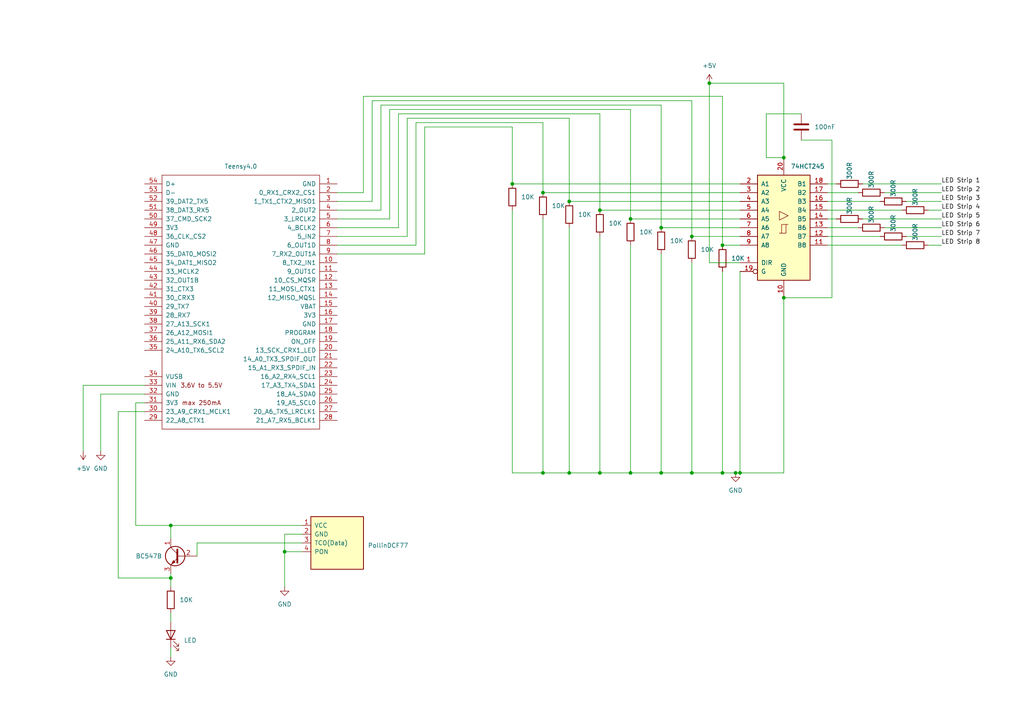
<source format=kicad_sch>
(kicad_sch (version 20211123) (generator eeschema)

  (uuid aa6e93a9-67ef-46ca-b146-b13402e78491)

  (paper "A4")

  (title_block
    (title "LED Matrix DCF77 control")
    (date "2022-11-03")
    (rev "V1.0")
    (company "Armin Rehberger")
  )

  (lib_symbols
    (symbol "74hct541:74HCT245" (pin_names (offset 1.016)) (in_bom yes) (on_board yes)
      (property "Reference" "U?" (id 0) (at 2.0194 20.32 0)
        (effects (font (size 1.27 1.27)) (justify left) hide)
      )
      (property "Value" "74HCT245" (id 1) (at 2.0194 17.78 0)
        (effects (font (size 1.27 1.27)) (justify left))
      )
      (property "Footprint" "" (id 2) (at 0 0 0)
        (effects (font (size 1.27 1.27)) hide)
      )
      (property "Datasheet" "http://www.ti.com/lit/gpn/sn74HCT541" (id 3) (at 0 0 0)
        (effects (font (size 1.27 1.27)) (justify left bottom) hide)
      )
      (property "ki_keywords" "TTL BUFFER 3State BUS" (id 4) (at 0 0 0)
        (effects (font (size 1.27 1.27)) hide)
      )
      (property "ki_description" "8-bit Buffer/Line Driver 3-state outputs" (id 5) (at 0 0 0)
        (effects (font (size 1.27 1.27)) hide)
      )
      (property "ki_fp_filters" "DIP?20*" (id 6) (at 0 0 0)
        (effects (font (size 1.27 1.27)) hide)
      )
      (symbol "74HCT245_1_0"
        (polyline
          (pts
            (xy -0.635 -1.6002)
            (xy -0.635 0.9398)
            (xy 0.635 0.9398)
          )
          (stroke (width 0) (type default) (color 0 0 0 0))
          (fill (type none))
        )
        (polyline
          (pts
            (xy -1.27 -1.6002)
            (xy 0.635 -1.6002)
            (xy 0.635 0.9398)
            (xy 1.27 0.9398)
          )
          (stroke (width 0) (type default) (color 0 0 0 0))
          (fill (type none))
        )
        (polyline
          (pts
            (xy 1.27 3.4798)
            (xy -1.27 4.7498)
            (xy -1.27 2.2098)
            (xy 1.27 3.4798)
          )
          (stroke (width 0.1524) (type default) (color 0 0 0 0))
          (fill (type none))
        )
        (pin input line (at -12.7 -10.16 0) (length 5.08)
          (name "DIR" (effects (font (size 1.27 1.27))))
          (number "1" (effects (font (size 1.27 1.27))))
        )
        (pin power_in line (at 0 -20.32 90) (length 5.08)
          (name "GND" (effects (font (size 1.27 1.27))))
          (number "10" (effects (font (size 1.27 1.27))))
        )
        (pin output line (at 12.7 -5.08 180) (length 5.08)
          (name "B8" (effects (font (size 1.27 1.27))))
          (number "11" (effects (font (size 1.27 1.27))))
        )
        (pin output line (at 12.7 -2.54 180) (length 5.08)
          (name "B7" (effects (font (size 1.27 1.27))))
          (number "12" (effects (font (size 1.27 1.27))))
        )
        (pin output line (at 12.7 0 180) (length 5.08)
          (name "B6" (effects (font (size 1.27 1.27))))
          (number "13" (effects (font (size 1.27 1.27))))
        )
        (pin output line (at 12.7 2.54 180) (length 5.08)
          (name "B5" (effects (font (size 1.27 1.27))))
          (number "14" (effects (font (size 1.27 1.27))))
        )
        (pin output line (at 12.7 5.08 180) (length 5.08)
          (name "B4" (effects (font (size 1.27 1.27))))
          (number "15" (effects (font (size 1.27 1.27))))
        )
        (pin output line (at 12.7 7.62 180) (length 5.08)
          (name "B3" (effects (font (size 1.27 1.27))))
          (number "16" (effects (font (size 1.27 1.27))))
        )
        (pin output line (at 12.7 10.16 180) (length 5.08)
          (name "B2" (effects (font (size 1.27 1.27))))
          (number "17" (effects (font (size 1.27 1.27))))
        )
        (pin output line (at 12.7 12.7 180) (length 5.08)
          (name "B1" (effects (font (size 1.27 1.27))))
          (number "18" (effects (font (size 1.27 1.27))))
        )
        (pin input inverted (at -12.7 -12.7 0) (length 5.08)
          (name "G" (effects (font (size 1.27 1.27))))
          (number "19" (effects (font (size 1.27 1.27))))
        )
        (pin input line (at -12.7 12.7 0) (length 5.08)
          (name "A1" (effects (font (size 1.27 1.27))))
          (number "2" (effects (font (size 1.27 1.27))))
        )
        (pin power_in line (at 0 20.32 270) (length 5.08)
          (name "VCC" (effects (font (size 1.27 1.27))))
          (number "20" (effects (font (size 1.27 1.27))))
        )
        (pin input line (at -12.7 10.16 0) (length 5.08)
          (name "A2" (effects (font (size 1.27 1.27))))
          (number "3" (effects (font (size 1.27 1.27))))
        )
        (pin input line (at -12.7 7.62 0) (length 5.08)
          (name "A3" (effects (font (size 1.27 1.27))))
          (number "4" (effects (font (size 1.27 1.27))))
        )
        (pin input line (at -12.7 5.08 0) (length 5.08)
          (name "A4" (effects (font (size 1.27 1.27))))
          (number "5" (effects (font (size 1.27 1.27))))
        )
        (pin input line (at -12.7 2.54 0) (length 5.08)
          (name "A5" (effects (font (size 1.27 1.27))))
          (number "6" (effects (font (size 1.27 1.27))))
        )
        (pin input line (at -12.7 0 0) (length 5.08)
          (name "A6" (effects (font (size 1.27 1.27))))
          (number "7" (effects (font (size 1.27 1.27))))
        )
        (pin input line (at -12.7 -2.54 0) (length 5.08)
          (name "A7" (effects (font (size 1.27 1.27))))
          (number "8" (effects (font (size 1.27 1.27))))
        )
        (pin input line (at -12.7 -5.08 0) (length 5.08)
          (name "A8" (effects (font (size 1.27 1.27))))
          (number "9" (effects (font (size 1.27 1.27))))
        )
      )
      (symbol "74HCT245_1_1"
        (rectangle (start -7.62 15.24) (end 7.62 -15.24)
          (stroke (width 0.254) (type default) (color 0 0 0 0))
          (fill (type background))
        )
      )
    )
    (symbol "Device:C" (pin_numbers hide) (pin_names (offset 0.254)) (in_bom yes) (on_board yes)
      (property "Reference" "C" (id 0) (at 0.635 2.54 0)
        (effects (font (size 1.27 1.27)) (justify left))
      )
      (property "Value" "C" (id 1) (at 0.635 -2.54 0)
        (effects (font (size 1.27 1.27)) (justify left))
      )
      (property "Footprint" "" (id 2) (at 0.9652 -3.81 0)
        (effects (font (size 1.27 1.27)) hide)
      )
      (property "Datasheet" "~" (id 3) (at 0 0 0)
        (effects (font (size 1.27 1.27)) hide)
      )
      (property "ki_keywords" "cap capacitor" (id 4) (at 0 0 0)
        (effects (font (size 1.27 1.27)) hide)
      )
      (property "ki_description" "Unpolarized capacitor" (id 5) (at 0 0 0)
        (effects (font (size 1.27 1.27)) hide)
      )
      (property "ki_fp_filters" "C_*" (id 6) (at 0 0 0)
        (effects (font (size 1.27 1.27)) hide)
      )
      (symbol "C_0_1"
        (polyline
          (pts
            (xy -2.032 -0.762)
            (xy 2.032 -0.762)
          )
          (stroke (width 0.508) (type default) (color 0 0 0 0))
          (fill (type none))
        )
        (polyline
          (pts
            (xy -2.032 0.762)
            (xy 2.032 0.762)
          )
          (stroke (width 0.508) (type default) (color 0 0 0 0))
          (fill (type none))
        )
      )
      (symbol "C_1_1"
        (pin passive line (at 0 3.81 270) (length 2.794)
          (name "~" (effects (font (size 1.27 1.27))))
          (number "1" (effects (font (size 1.27 1.27))))
        )
        (pin passive line (at 0 -3.81 90) (length 2.794)
          (name "~" (effects (font (size 1.27 1.27))))
          (number "2" (effects (font (size 1.27 1.27))))
        )
      )
    )
    (symbol "Device:LED" (pin_numbers hide) (pin_names (offset 1.016) hide) (in_bom yes) (on_board yes)
      (property "Reference" "D" (id 0) (at 0 2.54 0)
        (effects (font (size 1.27 1.27)))
      )
      (property "Value" "LED" (id 1) (at 0 -2.54 0)
        (effects (font (size 1.27 1.27)))
      )
      (property "Footprint" "" (id 2) (at 0 0 0)
        (effects (font (size 1.27 1.27)) hide)
      )
      (property "Datasheet" "~" (id 3) (at 0 0 0)
        (effects (font (size 1.27 1.27)) hide)
      )
      (property "ki_keywords" "LED diode" (id 4) (at 0 0 0)
        (effects (font (size 1.27 1.27)) hide)
      )
      (property "ki_description" "Light emitting diode" (id 5) (at 0 0 0)
        (effects (font (size 1.27 1.27)) hide)
      )
      (property "ki_fp_filters" "LED* LED_SMD:* LED_THT:*" (id 6) (at 0 0 0)
        (effects (font (size 1.27 1.27)) hide)
      )
      (symbol "LED_0_1"
        (polyline
          (pts
            (xy -1.27 -1.27)
            (xy -1.27 1.27)
          )
          (stroke (width 0.254) (type default) (color 0 0 0 0))
          (fill (type none))
        )
        (polyline
          (pts
            (xy -1.27 0)
            (xy 1.27 0)
          )
          (stroke (width 0) (type default) (color 0 0 0 0))
          (fill (type none))
        )
        (polyline
          (pts
            (xy 1.27 -1.27)
            (xy 1.27 1.27)
            (xy -1.27 0)
            (xy 1.27 -1.27)
          )
          (stroke (width 0.254) (type default) (color 0 0 0 0))
          (fill (type none))
        )
        (polyline
          (pts
            (xy -3.048 -0.762)
            (xy -4.572 -2.286)
            (xy -3.81 -2.286)
            (xy -4.572 -2.286)
            (xy -4.572 -1.524)
          )
          (stroke (width 0) (type default) (color 0 0 0 0))
          (fill (type none))
        )
        (polyline
          (pts
            (xy -1.778 -0.762)
            (xy -3.302 -2.286)
            (xy -2.54 -2.286)
            (xy -3.302 -2.286)
            (xy -3.302 -1.524)
          )
          (stroke (width 0) (type default) (color 0 0 0 0))
          (fill (type none))
        )
      )
      (symbol "LED_1_1"
        (pin passive line (at -3.81 0 0) (length 2.54)
          (name "K" (effects (font (size 1.27 1.27))))
          (number "1" (effects (font (size 1.27 1.27))))
        )
        (pin passive line (at 3.81 0 180) (length 2.54)
          (name "A" (effects (font (size 1.27 1.27))))
          (number "2" (effects (font (size 1.27 1.27))))
        )
      )
    )
    (symbol "Device:R" (pin_numbers hide) (pin_names (offset 0)) (in_bom yes) (on_board yes)
      (property "Reference" "R" (id 0) (at 2.032 0 90)
        (effects (font (size 1.27 1.27)))
      )
      (property "Value" "R" (id 1) (at 0 0 90)
        (effects (font (size 1.27 1.27)))
      )
      (property "Footprint" "" (id 2) (at -1.778 0 90)
        (effects (font (size 1.27 1.27)) hide)
      )
      (property "Datasheet" "~" (id 3) (at 0 0 0)
        (effects (font (size 1.27 1.27)) hide)
      )
      (property "ki_keywords" "R res resistor" (id 4) (at 0 0 0)
        (effects (font (size 1.27 1.27)) hide)
      )
      (property "ki_description" "Resistor" (id 5) (at 0 0 0)
        (effects (font (size 1.27 1.27)) hide)
      )
      (property "ki_fp_filters" "R_*" (id 6) (at 0 0 0)
        (effects (font (size 1.27 1.27)) hide)
      )
      (symbol "R_0_1"
        (rectangle (start -1.016 -2.54) (end 1.016 2.54)
          (stroke (width 0.254) (type default) (color 0 0 0 0))
          (fill (type none))
        )
      )
      (symbol "R_1_1"
        (pin passive line (at 0 3.81 270) (length 1.27)
          (name "~" (effects (font (size 1.27 1.27))))
          (number "1" (effects (font (size 1.27 1.27))))
        )
        (pin passive line (at 0 -3.81 90) (length 1.27)
          (name "~" (effects (font (size 1.27 1.27))))
          (number "2" (effects (font (size 1.27 1.27))))
        )
      )
    )
    (symbol "New_Library:PollinDCF77" (pin_names (offset 1.016)) (in_bom yes) (on_board yes)
      (property "Reference" "U" (id 0) (at -7.62 8.89 0)
        (effects (font (size 1.27 1.27)) (justify left) hide)
      )
      (property "Value" "PollinDCF77" (id 1) (at -3.81 8.89 0)
        (effects (font (size 1.27 1.27)) (justify left))
      )
      (property "Footprint" "Package_SO:SOIC-8-1EP_3.9x4.9mm_P1.27mm_EP2.41x3.3mm" (id 2) (at -1.27 -25.4 0)
        (effects (font (size 1.27 1.27)) hide)
      )
      (property "Datasheet" "http://www.allegromicro.com/~/media/Files/Datasheets/A4950-Datasheet.ashx" (id 3) (at -7.62 24.13 0)
        (effects (font (size 1.27 1.27)) hide)
      )
      (property "ki_keywords" "full-bridge h-bridge" (id 4) (at 0 0 0)
        (effects (font (size 1.27 1.27)) hide)
      )
      (property "ki_description" "Full-Bridge, DMOS PWM, Motor Driver, 40V, 3.5A, -40 to +85C" (id 5) (at 0 0 0)
        (effects (font (size 1.27 1.27)) hide)
      )
      (property "ki_fp_filters" "SOIC-*1EP*" (id 6) (at 0 0 0)
        (effects (font (size 1.27 1.27)) hide)
      )
      (symbol "PollinDCF77_0_1"
        (rectangle (start -7.62 7.62) (end 7.62 -7.62)
          (stroke (width 0.254) (type default) (color 0 0 0 0))
          (fill (type background))
        )
      )
      (symbol "PollinDCF77_1_1"
        (pin input line (at -10.16 5.08 0) (length 2.54)
          (name "VCC" (effects (font (size 1.27 1.27))))
          (number "1" (effects (font (size 1.27 1.27))))
        )
        (pin input line (at -10.16 2.54 0) (length 2.54)
          (name "GND" (effects (font (size 1.27 1.27))))
          (number "2" (effects (font (size 1.27 1.27))))
        )
        (pin output line (at -10.16 0 0) (length 2.54)
          (name "TCO(Data)" (effects (font (size 1.27 1.27))))
          (number "3" (effects (font (size 1.27 1.27))))
        )
        (pin input line (at -10.16 -2.54 0) (length 2.54)
          (name "PON" (effects (font (size 1.27 1.27))))
          (number "4" (effects (font (size 1.27 1.27))))
        )
      )
    )
    (symbol "Transistor_BJT:BC547" (pin_names (offset 0) hide) (in_bom yes) (on_board yes)
      (property "Reference" "Q" (id 0) (at 5.08 1.905 0)
        (effects (font (size 1.27 1.27)) (justify left))
      )
      (property "Value" "BC547" (id 1) (at 5.08 0 0)
        (effects (font (size 1.27 1.27)) (justify left))
      )
      (property "Footprint" "Package_TO_SOT_THT:TO-92_Inline" (id 2) (at 5.08 -1.905 0)
        (effects (font (size 1.27 1.27) italic) (justify left) hide)
      )
      (property "Datasheet" "https://www.onsemi.com/pub/Collateral/BC550-D.pdf" (id 3) (at 0 0 0)
        (effects (font (size 1.27 1.27)) (justify left) hide)
      )
      (property "ki_keywords" "NPN Transistor" (id 4) (at 0 0 0)
        (effects (font (size 1.27 1.27)) hide)
      )
      (property "ki_description" "0.1A Ic, 45V Vce, Small Signal NPN Transistor, TO-92" (id 5) (at 0 0 0)
        (effects (font (size 1.27 1.27)) hide)
      )
      (property "ki_fp_filters" "TO?92*" (id 6) (at 0 0 0)
        (effects (font (size 1.27 1.27)) hide)
      )
      (symbol "BC547_0_1"
        (polyline
          (pts
            (xy 0 0)
            (xy 0.635 0)
          )
          (stroke (width 0) (type default) (color 0 0 0 0))
          (fill (type none))
        )
        (polyline
          (pts
            (xy 0.635 0.635)
            (xy 2.54 2.54)
          )
          (stroke (width 0) (type default) (color 0 0 0 0))
          (fill (type none))
        )
        (polyline
          (pts
            (xy 0.635 -0.635)
            (xy 2.54 -2.54)
            (xy 2.54 -2.54)
          )
          (stroke (width 0) (type default) (color 0 0 0 0))
          (fill (type none))
        )
        (polyline
          (pts
            (xy 0.635 1.905)
            (xy 0.635 -1.905)
            (xy 0.635 -1.905)
          )
          (stroke (width 0.508) (type default) (color 0 0 0 0))
          (fill (type none))
        )
        (polyline
          (pts
            (xy 1.27 -1.778)
            (xy 1.778 -1.27)
            (xy 2.286 -2.286)
            (xy 1.27 -1.778)
            (xy 1.27 -1.778)
          )
          (stroke (width 0) (type default) (color 0 0 0 0))
          (fill (type outline))
        )
        (circle (center 1.27 0) (radius 2.8194)
          (stroke (width 0.254) (type default) (color 0 0 0 0))
          (fill (type none))
        )
      )
      (symbol "BC547_1_1"
        (pin passive line (at 2.54 5.08 270) (length 2.54)
          (name "C" (effects (font (size 1.27 1.27))))
          (number "1" (effects (font (size 1.27 1.27))))
        )
        (pin input line (at -5.08 0 0) (length 5.08)
          (name "B" (effects (font (size 1.27 1.27))))
          (number "2" (effects (font (size 1.27 1.27))))
        )
        (pin passive line (at 2.54 -5.08 90) (length 2.54)
          (name "E" (effects (font (size 1.27 1.27))))
          (number "3" (effects (font (size 1.27 1.27))))
        )
      )
    )
    (symbol "power:+5V" (power) (pin_names (offset 0)) (in_bom yes) (on_board yes)
      (property "Reference" "#PWR" (id 0) (at 0 -3.81 0)
        (effects (font (size 1.27 1.27)) hide)
      )
      (property "Value" "+5V" (id 1) (at 0 3.556 0)
        (effects (font (size 1.27 1.27)))
      )
      (property "Footprint" "" (id 2) (at 0 0 0)
        (effects (font (size 1.27 1.27)) hide)
      )
      (property "Datasheet" "" (id 3) (at 0 0 0)
        (effects (font (size 1.27 1.27)) hide)
      )
      (property "ki_keywords" "power-flag" (id 4) (at 0 0 0)
        (effects (font (size 1.27 1.27)) hide)
      )
      (property "ki_description" "Power symbol creates a global label with name \"+5V\"" (id 5) (at 0 0 0)
        (effects (font (size 1.27 1.27)) hide)
      )
      (symbol "+5V_0_1"
        (polyline
          (pts
            (xy -0.762 1.27)
            (xy 0 2.54)
          )
          (stroke (width 0) (type default) (color 0 0 0 0))
          (fill (type none))
        )
        (polyline
          (pts
            (xy 0 0)
            (xy 0 2.54)
          )
          (stroke (width 0) (type default) (color 0 0 0 0))
          (fill (type none))
        )
        (polyline
          (pts
            (xy 0 2.54)
            (xy 0.762 1.27)
          )
          (stroke (width 0) (type default) (color 0 0 0 0))
          (fill (type none))
        )
      )
      (symbol "+5V_1_1"
        (pin power_in line (at 0 0 90) (length 0) hide
          (name "+5V" (effects (font (size 1.27 1.27))))
          (number "1" (effects (font (size 1.27 1.27))))
        )
      )
    )
    (symbol "power:GND" (power) (pin_names (offset 0)) (in_bom yes) (on_board yes)
      (property "Reference" "#PWR" (id 0) (at 0 -6.35 0)
        (effects (font (size 1.27 1.27)) hide)
      )
      (property "Value" "GND" (id 1) (at 0 -3.81 0)
        (effects (font (size 1.27 1.27)))
      )
      (property "Footprint" "" (id 2) (at 0 0 0)
        (effects (font (size 1.27 1.27)) hide)
      )
      (property "Datasheet" "" (id 3) (at 0 0 0)
        (effects (font (size 1.27 1.27)) hide)
      )
      (property "ki_keywords" "power-flag" (id 4) (at 0 0 0)
        (effects (font (size 1.27 1.27)) hide)
      )
      (property "ki_description" "Power symbol creates a global label with name \"GND\" , ground" (id 5) (at 0 0 0)
        (effects (font (size 1.27 1.27)) hide)
      )
      (symbol "GND_0_1"
        (polyline
          (pts
            (xy 0 0)
            (xy 0 -1.27)
            (xy 1.27 -1.27)
            (xy 0 -2.54)
            (xy -1.27 -1.27)
            (xy 0 -1.27)
          )
          (stroke (width 0) (type default) (color 0 0 0 0))
          (fill (type none))
        )
      )
      (symbol "GND_1_1"
        (pin power_in line (at 0 0 270) (length 0) hide
          (name "GND" (effects (font (size 1.27 1.27))))
          (number "1" (effects (font (size 1.27 1.27))))
        )
      )
    )
    (symbol "teensy:Teensy4.0" (pin_names (offset 1.016)) (in_bom yes) (on_board yes)
      (property "Reference" "U" (id 0) (at 0 39.37 0)
        (effects (font (size 1.27 1.27)))
      )
      (property "Value" "Teensy4.0" (id 1) (at 0 -39.37 0)
        (effects (font (size 1.27 1.27)))
      )
      (property "Footprint" "" (id 2) (at -10.16 5.08 0)
        (effects (font (size 1.27 1.27)) hide)
      )
      (property "Datasheet" "" (id 3) (at -10.16 5.08 0)
        (effects (font (size 1.27 1.27)) hide)
      )
      (symbol "Teensy4.0_0_0"
        (text "3.6V to 5.5V" (at 11.43 -24.13 0)
          (effects (font (size 1.27 1.27)))
        )
        (text "max 250mA" (at 11.43 -29.21 0)
          (effects (font (size 1.27 1.27)))
        )
        (pin bidirectional line (at -27.94 11.43 0) (length 5.08)
          (name "8_TX2_IN1" (effects (font (size 1.27 1.27))))
          (number "10" (effects (font (size 1.27 1.27))))
        )
        (pin bidirectional line (at -27.94 8.89 0) (length 5.08)
          (name "9_OUT1C" (effects (font (size 1.27 1.27))))
          (number "11" (effects (font (size 1.27 1.27))))
        )
        (pin bidirectional line (at -27.94 6.35 0) (length 5.08)
          (name "10_CS_MQSR" (effects (font (size 1.27 1.27))))
          (number "12" (effects (font (size 1.27 1.27))))
        )
        (pin bidirectional line (at -27.94 3.81 0) (length 5.08)
          (name "11_MOSI_CTX1" (effects (font (size 1.27 1.27))))
          (number "13" (effects (font (size 1.27 1.27))))
        )
        (pin bidirectional line (at -27.94 1.27 0) (length 5.08)
          (name "12_MISO_MQSL" (effects (font (size 1.27 1.27))))
          (number "14" (effects (font (size 1.27 1.27))))
        )
        (pin power_in line (at -27.94 -1.27 0) (length 5.08)
          (name "VBAT" (effects (font (size 1.27 1.27))))
          (number "15" (effects (font (size 1.27 1.27))))
        )
        (pin power_in line (at -27.94 -3.81 0) (length 5.08)
          (name "3V3" (effects (font (size 1.27 1.27))))
          (number "16" (effects (font (size 1.27 1.27))))
        )
        (pin power_in line (at -27.94 -6.35 0) (length 5.08)
          (name "GND" (effects (font (size 1.27 1.27))))
          (number "17" (effects (font (size 1.27 1.27))))
        )
        (pin input line (at -27.94 -8.89 0) (length 5.08)
          (name "PROGRAM" (effects (font (size 1.27 1.27))))
          (number "18" (effects (font (size 1.27 1.27))))
        )
        (pin input line (at -27.94 -11.43 0) (length 5.08)
          (name "ON_OFF" (effects (font (size 1.27 1.27))))
          (number "19" (effects (font (size 1.27 1.27))))
        )
        (pin bidirectional line (at -27.94 -13.97 0) (length 5.08)
          (name "13_SCK_CRX1_LED" (effects (font (size 1.27 1.27))))
          (number "20" (effects (font (size 1.27 1.27))))
        )
        (pin bidirectional line (at -27.94 -16.51 0) (length 5.08)
          (name "14_A0_TX3_SPDIF_OUT" (effects (font (size 1.27 1.27))))
          (number "21" (effects (font (size 1.27 1.27))))
        )
        (pin bidirectional line (at -27.94 -19.05 0) (length 5.08)
          (name "15_A1_RX3_SPDIF_IN" (effects (font (size 1.27 1.27))))
          (number "22" (effects (font (size 1.27 1.27))))
        )
        (pin bidirectional line (at -27.94 -21.59 0) (length 5.08)
          (name "16_A2_RX4_SCL1" (effects (font (size 1.27 1.27))))
          (number "23" (effects (font (size 1.27 1.27))))
        )
        (pin bidirectional line (at -27.94 -24.13 0) (length 5.08)
          (name "17_A3_TX4_SDA1" (effects (font (size 1.27 1.27))))
          (number "24" (effects (font (size 1.27 1.27))))
        )
        (pin bidirectional line (at -27.94 -26.67 0) (length 5.08)
          (name "18_A4_SDA0" (effects (font (size 1.27 1.27))))
          (number "25" (effects (font (size 1.27 1.27))))
        )
        (pin bidirectional line (at -27.94 -29.21 0) (length 5.08)
          (name "19_A5_SCL0" (effects (font (size 1.27 1.27))))
          (number "26" (effects (font (size 1.27 1.27))))
        )
        (pin bidirectional line (at -27.94 -31.75 0) (length 5.08)
          (name "20_A6_TX5_LRCLK1" (effects (font (size 1.27 1.27))))
          (number "27" (effects (font (size 1.27 1.27))))
        )
        (pin bidirectional line (at -27.94 -34.29 0) (length 5.08)
          (name "21_A7_RX5_BCLK1" (effects (font (size 1.27 1.27))))
          (number "28" (effects (font (size 1.27 1.27))))
        )
        (pin bidirectional line (at 27.94 -34.29 180) (length 5.08)
          (name "22_A8_CTX1" (effects (font (size 1.27 1.27))))
          (number "29" (effects (font (size 1.27 1.27))))
        )
        (pin bidirectional line (at 27.94 -31.75 180) (length 5.08)
          (name "23_A9_CRX1_MCLK1" (effects (font (size 1.27 1.27))))
          (number "30" (effects (font (size 1.27 1.27))))
        )
        (pin power_out line (at 27.94 -29.21 180) (length 5.08)
          (name "3V3" (effects (font (size 1.27 1.27))))
          (number "31" (effects (font (size 1.27 1.27))))
        )
        (pin power_in line (at 27.94 -26.67 180) (length 5.08)
          (name "GND" (effects (font (size 1.27 1.27))))
          (number "32" (effects (font (size 1.27 1.27))))
        )
        (pin power_in line (at 27.94 -24.13 180) (length 5.08)
          (name "VIN" (effects (font (size 1.27 1.27))))
          (number "33" (effects (font (size 1.27 1.27))))
        )
        (pin power_out line (at 27.94 -21.59 180) (length 5.08)
          (name "VUSB" (effects (font (size 1.27 1.27))))
          (number "34" (effects (font (size 1.27 1.27))))
        )
        (pin bidirectional line (at 27.94 -13.97 180) (length 5.08)
          (name "24_A10_TX6_SCL2" (effects (font (size 1.27 1.27))))
          (number "35" (effects (font (size 1.27 1.27))))
        )
        (pin bidirectional line (at 27.94 -11.43 180) (length 5.08)
          (name "25_A11_RX6_SDA2" (effects (font (size 1.27 1.27))))
          (number "36" (effects (font (size 1.27 1.27))))
        )
        (pin bidirectional line (at 27.94 -8.89 180) (length 5.08)
          (name "26_A12_MOSI1" (effects (font (size 1.27 1.27))))
          (number "37" (effects (font (size 1.27 1.27))))
        )
        (pin bidirectional line (at 27.94 -6.35 180) (length 5.08)
          (name "27_A13_SCK1" (effects (font (size 1.27 1.27))))
          (number "38" (effects (font (size 1.27 1.27))))
        )
        (pin bidirectional line (at 27.94 -3.81 180) (length 5.08)
          (name "28_RX7" (effects (font (size 1.27 1.27))))
          (number "39" (effects (font (size 1.27 1.27))))
        )
        (pin bidirectional line (at 27.94 -1.27 180) (length 5.08)
          (name "29_TX7" (effects (font (size 1.27 1.27))))
          (number "40" (effects (font (size 1.27 1.27))))
        )
        (pin bidirectional line (at 27.94 1.27 180) (length 5.08)
          (name "30_CRX3" (effects (font (size 1.27 1.27))))
          (number "41" (effects (font (size 1.27 1.27))))
        )
        (pin bidirectional line (at 27.94 3.81 180) (length 5.08)
          (name "31_CTX3" (effects (font (size 1.27 1.27))))
          (number "42" (effects (font (size 1.27 1.27))))
        )
        (pin bidirectional line (at 27.94 6.35 180) (length 5.08)
          (name "32_OUT1B" (effects (font (size 1.27 1.27))))
          (number "43" (effects (font (size 1.27 1.27))))
        )
        (pin bidirectional line (at 27.94 8.89 180) (length 5.08)
          (name "33_MCLK2" (effects (font (size 1.27 1.27))))
          (number "44" (effects (font (size 1.27 1.27))))
        )
        (pin bidirectional line (at 27.94 11.43 180) (length 5.08)
          (name "34_DAT1_MISO2" (effects (font (size 1.27 1.27))))
          (number "45" (effects (font (size 1.27 1.27))))
        )
        (pin bidirectional line (at 27.94 13.97 180) (length 5.08)
          (name "35_DAT0_MOSI2" (effects (font (size 1.27 1.27))))
          (number "46" (effects (font (size 1.27 1.27))))
        )
        (pin power_out line (at 27.94 16.51 180) (length 5.08)
          (name "GND" (effects (font (size 1.27 1.27))))
          (number "47" (effects (font (size 1.27 1.27))))
        )
        (pin bidirectional line (at 27.94 19.05 180) (length 5.08)
          (name "36_CLK_CS2" (effects (font (size 1.27 1.27))))
          (number "48" (effects (font (size 1.27 1.27))))
        )
        (pin power_out line (at 27.94 21.59 180) (length 5.08)
          (name "3V3" (effects (font (size 1.27 1.27))))
          (number "49" (effects (font (size 1.27 1.27))))
        )
        (pin bidirectional line (at -27.94 24.13 0) (length 5.08)
          (name "3_LRCLK2" (effects (font (size 1.27 1.27))))
          (number "5" (effects (font (size 1.27 1.27))))
        )
        (pin bidirectional line (at 27.94 24.13 180) (length 5.08)
          (name "37_CMD_SCK2" (effects (font (size 1.27 1.27))))
          (number "50" (effects (font (size 1.27 1.27))))
        )
        (pin bidirectional line (at 27.94 26.67 180) (length 5.08)
          (name "38_DAT3_RX5" (effects (font (size 1.27 1.27))))
          (number "51" (effects (font (size 1.27 1.27))))
        )
        (pin bidirectional line (at 27.94 29.21 180) (length 5.08)
          (name "39_DAT2_TX5" (effects (font (size 1.27 1.27))))
          (number "52" (effects (font (size 1.27 1.27))))
        )
        (pin bidirectional line (at 27.94 31.75 180) (length 5.08)
          (name "D-" (effects (font (size 1.27 1.27))))
          (number "53" (effects (font (size 1.27 1.27))))
        )
        (pin bidirectional line (at 27.94 34.29 180) (length 5.08)
          (name "D+" (effects (font (size 1.27 1.27))))
          (number "54" (effects (font (size 1.27 1.27))))
        )
        (pin bidirectional line (at -27.94 21.59 0) (length 5.08)
          (name "4_BCLK2" (effects (font (size 1.27 1.27))))
          (number "6" (effects (font (size 1.27 1.27))))
        )
        (pin bidirectional line (at -27.94 19.05 0) (length 5.08)
          (name "5_IN2" (effects (font (size 1.27 1.27))))
          (number "7" (effects (font (size 1.27 1.27))))
        )
        (pin bidirectional line (at -27.94 16.51 0) (length 5.08)
          (name "6_OUT1D" (effects (font (size 1.27 1.27))))
          (number "8" (effects (font (size 1.27 1.27))))
        )
        (pin bidirectional line (at -27.94 13.97 0) (length 5.08)
          (name "7_RX2_OUT1A" (effects (font (size 1.27 1.27))))
          (number "9" (effects (font (size 1.27 1.27))))
        )
      )
      (symbol "Teensy4.0_0_1"
        (rectangle (start -22.86 36.83) (end 22.86 -36.83)
          (stroke (width 0) (type default) (color 0 0 0 0))
          (fill (type none))
        )
        (rectangle (start -20.32 -31.75) (end -20.32 -31.75)
          (stroke (width 0) (type default) (color 0 0 0 0))
          (fill (type none))
        )
      )
      (symbol "Teensy4.0_1_1"
        (pin power_in line (at -27.94 34.29 0) (length 5.08)
          (name "GND" (effects (font (size 1.27 1.27))))
          (number "1" (effects (font (size 1.27 1.27))))
        )
        (pin bidirectional line (at -27.94 31.75 0) (length 5.08)
          (name "0_RX1_CRX2_CS1" (effects (font (size 1.27 1.27))))
          (number "2" (effects (font (size 1.27 1.27))))
        )
        (pin bidirectional line (at -27.94 29.21 0) (length 5.08)
          (name "1_TX1_CTX2_MISO1" (effects (font (size 1.27 1.27))))
          (number "3" (effects (font (size 1.27 1.27))))
        )
        (pin bidirectional line (at -27.94 26.67 0) (length 5.08)
          (name "2_OUT2" (effects (font (size 1.27 1.27))))
          (number "4" (effects (font (size 1.27 1.27))))
        )
      )
    )
  )

  (junction (at 49.53 152.4) (diameter 0) (color 0 0 0 0)
    (uuid 074fc643-d241-4849-bd13-e6170f052064)
  )
  (junction (at 191.77 137.16) (diameter 0) (color 0 0 0 0)
    (uuid 145f295d-ba1e-46cb-a76e-61ae0e1bee83)
  )
  (junction (at 82.55 160.02) (diameter 0) (color 0 0 0 0)
    (uuid 27a9dbee-b423-468a-bba3-e517c53d8606)
  )
  (junction (at 157.48 55.88) (diameter 0) (color 0 0 0 0)
    (uuid 284e1ac2-a88a-4f94-9fc1-18c9a437eff1)
  )
  (junction (at 182.88 137.16) (diameter 0) (color 0 0 0 0)
    (uuid 295ab358-8a21-4d2e-964a-3b8b100d701a)
  )
  (junction (at 227.33 86.36) (diameter 0) (color 0 0 0 0)
    (uuid 2db6d8dd-41c5-4f52-aaa0-27b9dff0124f)
  )
  (junction (at 191.77 66.04) (diameter 0) (color 0 0 0 0)
    (uuid 319f0b18-89cd-4f7f-909e-375c69ecb4f8)
  )
  (junction (at 49.53 167.64) (diameter 0) (color 0 0 0 0)
    (uuid 39a4291e-e08c-4836-9def-6da6e3af59a4)
  )
  (junction (at 173.99 60.96) (diameter 0) (color 0 0 0 0)
    (uuid 3a0a977d-483f-47da-9b9e-e0fc3e5f12b8)
  )
  (junction (at 214.63 137.16) (diameter 0) (color 0 0 0 0)
    (uuid 42a65b55-a8d2-4452-bffd-f114b4b83e4a)
  )
  (junction (at 157.48 137.16) (diameter 0) (color 0 0 0 0)
    (uuid 5ecebe21-6778-4068-8b93-a054a1437efb)
  )
  (junction (at 182.88 63.5) (diameter 0) (color 0 0 0 0)
    (uuid 688d1281-5ac2-48ab-b41b-a9f59fe90313)
  )
  (junction (at 165.1 137.16) (diameter 0) (color 0 0 0 0)
    (uuid 83d12f41-fa6a-47a3-a201-a01dfba19cf7)
  )
  (junction (at 213.36 137.16) (diameter 0) (color 0 0 0 0)
    (uuid 846d0b1d-f4df-4ff2-aa44-095e9aa54170)
  )
  (junction (at 148.59 53.34) (diameter 0) (color 0 0 0 0)
    (uuid 849ee8e6-8ee1-4666-9bf8-4174873bf8cf)
  )
  (junction (at 209.55 137.16) (diameter 0) (color 0 0 0 0)
    (uuid 8b40ba7a-24fe-4d9f-8716-5cab42e687bc)
  )
  (junction (at 200.66 137.16) (diameter 0) (color 0 0 0 0)
    (uuid 96cfd166-a3fb-43f4-b19f-6893ba474e38)
  )
  (junction (at 205.74 24.13) (diameter 0) (color 0 0 0 0)
    (uuid 98217b87-3f22-404d-92dc-fee73bd31489)
  )
  (junction (at 200.66 68.58) (diameter 0) (color 0 0 0 0)
    (uuid 9a05ab42-e5fb-4925-93a7-1746f17eb2f5)
  )
  (junction (at 165.1 58.42) (diameter 0) (color 0 0 0 0)
    (uuid aeaa485b-68b6-44c4-90d1-1fedb6f0ddc7)
  )
  (junction (at 173.99 137.16) (diameter 0) (color 0 0 0 0)
    (uuid d2025cfd-fd78-4019-82f4-1fda7fc1e439)
  )
  (junction (at 209.55 71.12) (diameter 0) (color 0 0 0 0)
    (uuid d4c53a5e-54c4-4e6e-9772-f91728774d77)
  )
  (junction (at 227.33 45.72) (diameter 0) (color 0 0 0 0)
    (uuid fff6ba28-5a27-4944-93fb-a9dc8ec3cad9)
  )

  (wire (pts (xy 241.3 40.64) (xy 241.3 86.36))
    (stroke (width 0) (type default) (color 0 0 0 0))
    (uuid 008e41f0-6cec-4514-90be-352493f2afa7)
  )
  (wire (pts (xy 240.03 60.96) (xy 261.62 60.96))
    (stroke (width 0) (type default) (color 0 0 0 0))
    (uuid 04150f40-adf1-41a5-bf0b-deb45a7f64ae)
  )
  (wire (pts (xy 214.63 78.74) (xy 214.63 137.16))
    (stroke (width 0) (type default) (color 0 0 0 0))
    (uuid 070a07f8-a53b-4393-9a6f-d0e0f9d9a9e4)
  )
  (wire (pts (xy 49.53 167.64) (xy 49.53 170.18))
    (stroke (width 0) (type default) (color 0 0 0 0))
    (uuid 074f0708-3043-480c-a37d-ccda877930ca)
  )
  (wire (pts (xy 157.48 55.88) (xy 214.63 55.88))
    (stroke (width 0) (type default) (color 0 0 0 0))
    (uuid 08667d6b-df6c-4b21-8ae6-e924d5aab808)
  )
  (wire (pts (xy 118.11 34.29) (xy 118.11 68.58))
    (stroke (width 0) (type default) (color 0 0 0 0))
    (uuid 0ac00879-be72-4aea-8a06-dac1dfa5f321)
  )
  (wire (pts (xy 182.88 71.12) (xy 182.88 137.16))
    (stroke (width 0) (type default) (color 0 0 0 0))
    (uuid 0c44136b-a7a5-48ad-b8fb-50b92ff84725)
  )
  (wire (pts (xy 105.41 27.94) (xy 209.55 27.94))
    (stroke (width 0) (type default) (color 0 0 0 0))
    (uuid 0cf19fc7-0b02-479b-a173-ce30211754fd)
  )
  (wire (pts (xy 250.19 53.34) (xy 273.05 53.34))
    (stroke (width 0) (type default) (color 0 0 0 0))
    (uuid 10ec4b58-6353-4a2b-9b01-58a77b25883e)
  )
  (wire (pts (xy 200.66 76.2) (xy 200.66 137.16))
    (stroke (width 0) (type default) (color 0 0 0 0))
    (uuid 110de096-7021-4436-b2ce-8f3cb7efe156)
  )
  (wire (pts (xy 227.33 45.72) (xy 227.33 24.13))
    (stroke (width 0) (type default) (color 0 0 0 0))
    (uuid 12e6644b-5509-46ba-9851-cf27f9d440f7)
  )
  (wire (pts (xy 97.79 68.58) (xy 118.11 68.58))
    (stroke (width 0) (type default) (color 0 0 0 0))
    (uuid 1596226e-8663-4ad6-9e52-622323189c85)
  )
  (wire (pts (xy 115.57 33.02) (xy 115.57 66.04))
    (stroke (width 0) (type default) (color 0 0 0 0))
    (uuid 15ba496d-dea8-4e38-bf8a-c9464f4ecdb0)
  )
  (wire (pts (xy 105.41 27.94) (xy 105.41 55.88))
    (stroke (width 0) (type default) (color 0 0 0 0))
    (uuid 17e5a228-3d6a-41a8-93ce-d7d7b4b8ee84)
  )
  (wire (pts (xy 213.36 137.16) (xy 214.63 137.16))
    (stroke (width 0) (type default) (color 0 0 0 0))
    (uuid 19a63f84-c7a2-4a10-954e-bc6fafea37cc)
  )
  (wire (pts (xy 205.74 76.2) (xy 205.74 24.13))
    (stroke (width 0) (type default) (color 0 0 0 0))
    (uuid 1c5305bf-939a-4160-ab08-ed2673ba3431)
  )
  (wire (pts (xy 157.48 137.16) (xy 165.1 137.16))
    (stroke (width 0) (type default) (color 0 0 0 0))
    (uuid 1f05ceeb-05ca-4e37-8e8f-6d76e843296d)
  )
  (wire (pts (xy 157.48 63.5) (xy 157.48 137.16))
    (stroke (width 0) (type default) (color 0 0 0 0))
    (uuid 1f4495c8-7152-415b-acb7-af0d28a5287b)
  )
  (wire (pts (xy 240.03 68.58) (xy 255.27 68.58))
    (stroke (width 0) (type default) (color 0 0 0 0))
    (uuid 2031bee9-d51c-4f1b-89f9-ced8c541ef67)
  )
  (wire (pts (xy 173.99 60.96) (xy 173.99 33.02))
    (stroke (width 0) (type default) (color 0 0 0 0))
    (uuid 22289abc-2fa2-48a8-8ca2-a19fa759ffd9)
  )
  (wire (pts (xy 182.88 63.5) (xy 214.63 63.5))
    (stroke (width 0) (type default) (color 0 0 0 0))
    (uuid 22fb56d0-7f4f-4885-bc26-dc3f7f73e19e)
  )
  (wire (pts (xy 173.99 68.58) (xy 173.99 137.16))
    (stroke (width 0) (type default) (color 0 0 0 0))
    (uuid 2414053d-4b76-43a7-81c1-58deaf222884)
  )
  (wire (pts (xy 157.48 55.88) (xy 157.48 35.56))
    (stroke (width 0) (type default) (color 0 0 0 0))
    (uuid 2546de69-f8a4-48f6-ba67-92f6399d2126)
  )
  (wire (pts (xy 262.89 58.42) (xy 273.05 58.42))
    (stroke (width 0) (type default) (color 0 0 0 0))
    (uuid 262683c9-68fd-482f-b5aa-2dd1da7d16b2)
  )
  (wire (pts (xy 269.24 60.96) (xy 273.05 60.96))
    (stroke (width 0) (type default) (color 0 0 0 0))
    (uuid 282d505a-b0c0-46fc-bdc5-b3d92f0d9e22)
  )
  (wire (pts (xy 82.55 154.94) (xy 82.55 160.02))
    (stroke (width 0) (type default) (color 0 0 0 0))
    (uuid 2c18c0b9-b898-4fbe-9caa-786a8783d69a)
  )
  (wire (pts (xy 41.91 119.38) (xy 34.29 119.38))
    (stroke (width 0) (type default) (color 0 0 0 0))
    (uuid 2cb0f541-1c87-426e-bcc1-0755351c6edf)
  )
  (wire (pts (xy 227.33 45.72) (xy 222.25 45.72))
    (stroke (width 0) (type default) (color 0 0 0 0))
    (uuid 2cffdee0-9011-4d89-87ae-6f327f34a8e1)
  )
  (wire (pts (xy 148.59 36.83) (xy 123.19 36.83))
    (stroke (width 0) (type default) (color 0 0 0 0))
    (uuid 3119b497-6064-4c73-8737-a2b9b1246b68)
  )
  (wire (pts (xy 97.79 73.66) (xy 123.19 73.66))
    (stroke (width 0) (type default) (color 0 0 0 0))
    (uuid 31f5bb91-ad42-4bed-ad36-4560adb3cddb)
  )
  (wire (pts (xy 49.53 177.8) (xy 49.53 180.34))
    (stroke (width 0) (type default) (color 0 0 0 0))
    (uuid 33a63518-b681-4407-9d96-ea83f4de2e18)
  )
  (wire (pts (xy 157.48 35.56) (xy 120.65 35.56))
    (stroke (width 0) (type default) (color 0 0 0 0))
    (uuid 37f942d0-1858-4536-8073-4eb8c83cb5b6)
  )
  (wire (pts (xy 209.55 137.16) (xy 213.36 137.16))
    (stroke (width 0) (type default) (color 0 0 0 0))
    (uuid 3f8ff5ba-2be8-4782-8f78-98cdc6743658)
  )
  (wire (pts (xy 209.55 71.12) (xy 209.55 27.94))
    (stroke (width 0) (type default) (color 0 0 0 0))
    (uuid 4042804e-3d79-4f2b-9bad-d5c068ae4812)
  )
  (wire (pts (xy 173.99 60.96) (xy 214.63 60.96))
    (stroke (width 0) (type default) (color 0 0 0 0))
    (uuid 41750bea-a0ec-48d1-88df-6fc5c191ac3e)
  )
  (wire (pts (xy 173.99 137.16) (xy 182.88 137.16))
    (stroke (width 0) (type default) (color 0 0 0 0))
    (uuid 419dc37f-f3af-492f-817a-16647ee871ff)
  )
  (wire (pts (xy 240.03 63.5) (xy 242.57 63.5))
    (stroke (width 0) (type default) (color 0 0 0 0))
    (uuid 46b59392-6e06-47f3-9bfe-d8dafedaba78)
  )
  (wire (pts (xy 262.89 68.58) (xy 273.05 68.58))
    (stroke (width 0) (type default) (color 0 0 0 0))
    (uuid 4a8dc89d-988e-45f3-9d8e-c163ae404793)
  )
  (wire (pts (xy 209.55 78.74) (xy 209.55 137.16))
    (stroke (width 0) (type default) (color 0 0 0 0))
    (uuid 4ba32086-3f36-4f25-bfed-c4c816f51c58)
  )
  (wire (pts (xy 165.1 137.16) (xy 173.99 137.16))
    (stroke (width 0) (type default) (color 0 0 0 0))
    (uuid 4c769221-de3b-42b1-b43b-970cf8c88496)
  )
  (wire (pts (xy 148.59 53.34) (xy 148.59 36.83))
    (stroke (width 0) (type default) (color 0 0 0 0))
    (uuid 5037e172-8b76-45e9-8b77-b9b8b4e83cd9)
  )
  (wire (pts (xy 173.99 33.02) (xy 115.57 33.02))
    (stroke (width 0) (type default) (color 0 0 0 0))
    (uuid 5571f2f8-4783-424f-b6c5-2d9e84273515)
  )
  (wire (pts (xy 200.66 137.16) (xy 209.55 137.16))
    (stroke (width 0) (type default) (color 0 0 0 0))
    (uuid 5bbcf49c-5aed-4627-b09b-1c391a43f43c)
  )
  (wire (pts (xy 82.55 160.02) (xy 82.55 170.18))
    (stroke (width 0) (type default) (color 0 0 0 0))
    (uuid 5c072f00-56cd-4873-89d8-aba90496fc79)
  )
  (wire (pts (xy 87.63 154.94) (xy 82.55 154.94))
    (stroke (width 0) (type default) (color 0 0 0 0))
    (uuid 6297c8bc-bb2d-4dd4-b651-14ca1dfa3b28)
  )
  (wire (pts (xy 209.55 71.12) (xy 214.63 71.12))
    (stroke (width 0) (type default) (color 0 0 0 0))
    (uuid 633bb746-3206-4aa1-87d6-81414e594ad7)
  )
  (wire (pts (xy 49.53 152.4) (xy 49.53 156.21))
    (stroke (width 0) (type default) (color 0 0 0 0))
    (uuid 6367349d-7f53-490a-9f41-7db92550d9b6)
  )
  (wire (pts (xy 200.66 29.21) (xy 107.95 29.21))
    (stroke (width 0) (type default) (color 0 0 0 0))
    (uuid 679da783-55fb-4ebb-84af-f389964b9f50)
  )
  (wire (pts (xy 222.25 33.02) (xy 232.41 33.02))
    (stroke (width 0) (type default) (color 0 0 0 0))
    (uuid 684558df-d32a-4b72-b5c3-082732c1f64d)
  )
  (wire (pts (xy 97.79 58.42) (xy 107.95 58.42))
    (stroke (width 0) (type default) (color 0 0 0 0))
    (uuid 68babf24-3c27-4207-a716-8da599e2e579)
  )
  (wire (pts (xy 49.53 152.4) (xy 87.63 152.4))
    (stroke (width 0) (type default) (color 0 0 0 0))
    (uuid 6b6fbc1e-30a5-4f9f-bca6-60c752a76dd5)
  )
  (wire (pts (xy 24.13 111.76) (xy 24.13 130.81))
    (stroke (width 0) (type default) (color 0 0 0 0))
    (uuid 6b747790-41ef-4482-a009-3724005b98bb)
  )
  (wire (pts (xy 182.88 31.75) (xy 113.03 31.75))
    (stroke (width 0) (type default) (color 0 0 0 0))
    (uuid 6c615e33-43ee-4af3-9aba-57005d6a12e0)
  )
  (wire (pts (xy 240.03 71.12) (xy 261.62 71.12))
    (stroke (width 0) (type default) (color 0 0 0 0))
    (uuid 7185aa43-8d00-45b4-87fc-8037e0bc284a)
  )
  (wire (pts (xy 105.41 55.88) (xy 97.79 55.88))
    (stroke (width 0) (type default) (color 0 0 0 0))
    (uuid 73091bdd-cdec-4425-b0a8-26cea4b8d31d)
  )
  (wire (pts (xy 107.95 29.21) (xy 107.95 58.42))
    (stroke (width 0) (type default) (color 0 0 0 0))
    (uuid 7320a259-b437-4963-a788-1754bd735fc2)
  )
  (wire (pts (xy 165.1 58.42) (xy 214.63 58.42))
    (stroke (width 0) (type default) (color 0 0 0 0))
    (uuid 74d0752c-2201-4051-822f-58ee1f82baa7)
  )
  (wire (pts (xy 87.63 157.48) (xy 57.15 157.48))
    (stroke (width 0) (type default) (color 0 0 0 0))
    (uuid 7700fee8-ce4e-4f32-b6fa-1e435c51723c)
  )
  (wire (pts (xy 214.63 137.16) (xy 227.33 137.16))
    (stroke (width 0) (type default) (color 0 0 0 0))
    (uuid 79c268b5-3764-455d-a152-08e917068405)
  )
  (wire (pts (xy 49.53 166.37) (xy 49.53 167.64))
    (stroke (width 0) (type default) (color 0 0 0 0))
    (uuid 7def957f-820e-4346-af02-3a98badbafac)
  )
  (wire (pts (xy 120.65 35.56) (xy 120.65 71.12))
    (stroke (width 0) (type default) (color 0 0 0 0))
    (uuid 7e128fb2-06c7-4b15-8ee9-9fcca8256462)
  )
  (wire (pts (xy 148.59 137.16) (xy 157.48 137.16))
    (stroke (width 0) (type default) (color 0 0 0 0))
    (uuid 7fdf0f5e-7970-491d-9592-170be98dcb53)
  )
  (wire (pts (xy 49.53 187.96) (xy 49.53 190.5))
    (stroke (width 0) (type default) (color 0 0 0 0))
    (uuid 829083ca-f9d9-4e13-8a2d-833540781bd1)
  )
  (wire (pts (xy 97.79 63.5) (xy 113.03 63.5))
    (stroke (width 0) (type default) (color 0 0 0 0))
    (uuid 83f61751-fe49-463c-9fc0-e169eb76451f)
  )
  (wire (pts (xy 57.15 157.48) (xy 57.15 161.29))
    (stroke (width 0) (type default) (color 0 0 0 0))
    (uuid 8584d34a-3642-497b-bed3-55906f45e4d2)
  )
  (wire (pts (xy 214.63 76.2) (xy 205.74 76.2))
    (stroke (width 0) (type default) (color 0 0 0 0))
    (uuid 8b751be8-3c03-4e4f-aa1c-bdf5acb28087)
  )
  (wire (pts (xy 82.55 160.02) (xy 87.63 160.02))
    (stroke (width 0) (type default) (color 0 0 0 0))
    (uuid 8d6dc079-0c14-470d-a482-a9d80ce0758b)
  )
  (wire (pts (xy 97.79 66.04) (xy 115.57 66.04))
    (stroke (width 0) (type default) (color 0 0 0 0))
    (uuid 8e761ad1-738b-4ebd-8f13-c5ec94ff59cf)
  )
  (wire (pts (xy 250.19 63.5) (xy 273.05 63.5))
    (stroke (width 0) (type default) (color 0 0 0 0))
    (uuid 8e8ba039-3eeb-4a51-a43e-b97e6cef87c6)
  )
  (wire (pts (xy 240.03 58.42) (xy 255.27 58.42))
    (stroke (width 0) (type default) (color 0 0 0 0))
    (uuid 90ad4b39-4511-4f7f-92d2-93419a682bc8)
  )
  (wire (pts (xy 165.1 58.42) (xy 165.1 34.29))
    (stroke (width 0) (type default) (color 0 0 0 0))
    (uuid 91080f64-b732-436c-9be2-065a21d729b4)
  )
  (wire (pts (xy 240.03 66.04) (xy 248.92 66.04))
    (stroke (width 0) (type default) (color 0 0 0 0))
    (uuid 91cacc10-ea03-4ba4-b770-9247a0b7582c)
  )
  (wire (pts (xy 191.77 73.66) (xy 191.77 137.16))
    (stroke (width 0) (type default) (color 0 0 0 0))
    (uuid 97a66f00-eeb4-4ad6-bd33-fcbd1e6d262e)
  )
  (wire (pts (xy 191.77 30.48) (xy 110.49 30.48))
    (stroke (width 0) (type default) (color 0 0 0 0))
    (uuid a2b126c1-b14e-45af-a11b-b633216d042d)
  )
  (wire (pts (xy 191.77 137.16) (xy 200.66 137.16))
    (stroke (width 0) (type default) (color 0 0 0 0))
    (uuid a35ec9a9-039c-4f18-b352-c0e818a2267b)
  )
  (wire (pts (xy 97.79 60.96) (xy 110.49 60.96))
    (stroke (width 0) (type default) (color 0 0 0 0))
    (uuid a9a25a34-13ae-4da7-bbc5-698bc366e966)
  )
  (wire (pts (xy 182.88 63.5) (xy 182.88 31.75))
    (stroke (width 0) (type default) (color 0 0 0 0))
    (uuid aafef11e-5a43-4b45-bcbe-83eab1d72f4b)
  )
  (wire (pts (xy 148.59 60.96) (xy 148.59 137.16))
    (stroke (width 0) (type default) (color 0 0 0 0))
    (uuid aed40ea7-d8b2-4bcd-82d6-82a587bc3a32)
  )
  (wire (pts (xy 41.91 114.3) (xy 29.21 114.3))
    (stroke (width 0) (type default) (color 0 0 0 0))
    (uuid b3affb14-7301-40b9-94f1-4c9db77fca33)
  )
  (wire (pts (xy 191.77 66.04) (xy 191.77 30.48))
    (stroke (width 0) (type default) (color 0 0 0 0))
    (uuid b5478c64-851c-4e14-8ae2-59d770ddd09c)
  )
  (wire (pts (xy 97.79 71.12) (xy 120.65 71.12))
    (stroke (width 0) (type default) (color 0 0 0 0))
    (uuid b87ab538-ad2f-41e8-855e-235cd5207627)
  )
  (wire (pts (xy 148.59 53.34) (xy 214.63 53.34))
    (stroke (width 0) (type default) (color 0 0 0 0))
    (uuid bb7f3508-5a0f-48f1-8a17-0fd86d84e975)
  )
  (wire (pts (xy 29.21 114.3) (xy 29.21 130.81))
    (stroke (width 0) (type default) (color 0 0 0 0))
    (uuid bd15e417-d5d2-436f-b32f-613e89c12fc8)
  )
  (wire (pts (xy 227.33 86.36) (xy 227.33 137.16))
    (stroke (width 0) (type default) (color 0 0 0 0))
    (uuid bd167b81-ab28-4fd3-9f6a-bf0ccbef285f)
  )
  (wire (pts (xy 222.25 45.72) (xy 222.25 33.02))
    (stroke (width 0) (type default) (color 0 0 0 0))
    (uuid bf2b7fb8-ac73-4a3b-b862-8db37e5d43e5)
  )
  (wire (pts (xy 110.49 30.48) (xy 110.49 60.96))
    (stroke (width 0) (type default) (color 0 0 0 0))
    (uuid c0559f41-a974-4103-908e-f4a9aef483ca)
  )
  (wire (pts (xy 256.54 66.04) (xy 273.05 66.04))
    (stroke (width 0) (type default) (color 0 0 0 0))
    (uuid c432699f-2e28-4192-84aa-1f7eeab96fc3)
  )
  (wire (pts (xy 123.19 36.83) (xy 123.19 73.66))
    (stroke (width 0) (type default) (color 0 0 0 0))
    (uuid c75e84b1-0f3c-42df-a5e3-2bdce9c69cd3)
  )
  (wire (pts (xy 34.29 167.64) (xy 49.53 167.64))
    (stroke (width 0) (type default) (color 0 0 0 0))
    (uuid c8a6946e-cc69-4388-bc40-955e873572f9)
  )
  (wire (pts (xy 256.54 55.88) (xy 273.05 55.88))
    (stroke (width 0) (type default) (color 0 0 0 0))
    (uuid c93ff17b-4a6f-4b58-85d2-fd28e99bcd29)
  )
  (wire (pts (xy 113.03 31.75) (xy 113.03 63.5))
    (stroke (width 0) (type default) (color 0 0 0 0))
    (uuid cb155adb-78e6-433a-a02a-fc0737b304b1)
  )
  (wire (pts (xy 165.1 34.29) (xy 118.11 34.29))
    (stroke (width 0) (type default) (color 0 0 0 0))
    (uuid cd6cc207-fadb-4aea-b895-30232fca0629)
  )
  (wire (pts (xy 269.24 71.12) (xy 273.05 71.12))
    (stroke (width 0) (type default) (color 0 0 0 0))
    (uuid d0d31ab1-1f18-4bf3-8a12-f3aa4d9e038a)
  )
  (wire (pts (xy 227.33 86.36) (xy 241.3 86.36))
    (stroke (width 0) (type default) (color 0 0 0 0))
    (uuid dbda7c7e-32c1-455e-b982-5824bbf4a20f)
  )
  (wire (pts (xy 200.66 68.58) (xy 200.66 29.21))
    (stroke (width 0) (type default) (color 0 0 0 0))
    (uuid dd628b6b-f66e-4b33-8df3-b714fc6f2586)
  )
  (wire (pts (xy 41.91 116.84) (xy 39.37 116.84))
    (stroke (width 0) (type default) (color 0 0 0 0))
    (uuid e262b3dd-24a2-4d46-94da-828ce015ca38)
  )
  (wire (pts (xy 39.37 152.4) (xy 49.53 152.4))
    (stroke (width 0) (type default) (color 0 0 0 0))
    (uuid e3c95ebe-dc3e-4b19-9060-1bcfcc131a4d)
  )
  (wire (pts (xy 34.29 119.38) (xy 34.29 167.64))
    (stroke (width 0) (type default) (color 0 0 0 0))
    (uuid e714e6ca-3727-4fce-a350-8a50be864aef)
  )
  (wire (pts (xy 39.37 116.84) (xy 39.37 152.4))
    (stroke (width 0) (type default) (color 0 0 0 0))
    (uuid ec5f4138-cfa8-4aaf-8785-e4244fa0a20e)
  )
  (wire (pts (xy 165.1 66.04) (xy 165.1 137.16))
    (stroke (width 0) (type default) (color 0 0 0 0))
    (uuid ec65a322-d450-48e8-891f-a374217d43ae)
  )
  (wire (pts (xy 200.66 68.58) (xy 214.63 68.58))
    (stroke (width 0) (type default) (color 0 0 0 0))
    (uuid f02328c9-ba35-4e11-82b5-6f94a7a027a0)
  )
  (wire (pts (xy 232.41 40.64) (xy 241.3 40.64))
    (stroke (width 0) (type default) (color 0 0 0 0))
    (uuid f10a5991-6aca-4e12-bbe9-87c6fe4fad20)
  )
  (wire (pts (xy 240.03 53.34) (xy 242.57 53.34))
    (stroke (width 0) (type default) (color 0 0 0 0))
    (uuid f3117f8e-c17b-4c0d-8c10-a1b3498d2f88)
  )
  (wire (pts (xy 227.33 24.13) (xy 205.74 24.13))
    (stroke (width 0) (type default) (color 0 0 0 0))
    (uuid f4413afb-65df-4157-b515-837382304715)
  )
  (wire (pts (xy 182.88 137.16) (xy 191.77 137.16))
    (stroke (width 0) (type default) (color 0 0 0 0))
    (uuid f550d8dd-87d5-4cbf-ab61-75be42eb80d1)
  )
  (wire (pts (xy 41.91 111.76) (xy 24.13 111.76))
    (stroke (width 0) (type default) (color 0 0 0 0))
    (uuid f76e4e01-6755-4f0b-b3bc-d18a49795344)
  )
  (wire (pts (xy 191.77 66.04) (xy 214.63 66.04))
    (stroke (width 0) (type default) (color 0 0 0 0))
    (uuid f7f71a9c-8116-44ce-ae5e-0a863d41a464)
  )
  (wire (pts (xy 240.03 55.88) (xy 248.92 55.88))
    (stroke (width 0) (type default) (color 0 0 0 0))
    (uuid ff051a0b-6b98-489b-ab56-774d43261720)
  )

  (label "LED Strip 5" (at 273.05 63.5 0)
    (effects (font (size 1.27 1.27)) (justify left bottom))
    (uuid 0ff0d26a-4d35-4b4f-847c-4c184d20a989)
  )
  (label "LED Strip 3" (at 273.05 58.42 0)
    (effects (font (size 1.27 1.27)) (justify left bottom))
    (uuid 412bf680-789b-4900-bdcd-9548a850f044)
  )
  (label "LED Strip 1" (at 273.05 53.34 0)
    (effects (font (size 1.27 1.27)) (justify left bottom))
    (uuid 6db7c000-e6b4-4949-8435-0f24796f31ee)
  )
  (label "LED Strip 6" (at 273.05 66.04 0)
    (effects (font (size 1.27 1.27)) (justify left bottom))
    (uuid 7021e882-90b9-4b7b-a8fd-49c01be1f7d1)
  )
  (label "LED Strip 2" (at 273.05 55.88 0)
    (effects (font (size 1.27 1.27)) (justify left bottom))
    (uuid 89120984-54db-4b96-89cc-908cb2060298)
  )
  (label "LED Strip 4" (at 273.05 60.96 0)
    (effects (font (size 1.27 1.27)) (justify left bottom))
    (uuid 9dc0e35b-e322-404c-9973-810a7cfde394)
  )
  (label "LED Strip 8" (at 273.05 71.12 0)
    (effects (font (size 1.27 1.27)) (justify left bottom))
    (uuid a272b0cd-6cb5-48f1-890c-74735e7ca056)
  )
  (label "LED Strip 7" (at 273.05 68.58 0)
    (effects (font (size 1.27 1.27)) (justify left bottom))
    (uuid ffefa3fe-9558-48d1-9a1e-b751af0c34b1)
  )

  (symbol (lib_id "Device:R") (at 165.1 62.23 0) (unit 1)
    (in_bom yes) (on_board yes) (fields_autoplaced)
    (uuid 0f51b038-38a1-4d2a-acfc-77ec54d2499c)
    (property "Reference" "10K" (id 0) (at 167.64 62.2299 0)
      (effects (font (size 1.27 1.27)) (justify left))
    )
    (property "Value" "R" (id 1) (at 167.64 63.4999 0)
      (effects (font (size 1.27 1.27)) (justify left) hide)
    )
    (property "Footprint" "" (id 2) (at 163.322 62.23 90)
      (effects (font (size 1.27 1.27)) hide)
    )
    (property "Datasheet" "~" (id 3) (at 165.1 62.23 0)
      (effects (font (size 1.27 1.27)) hide)
    )
    (pin "1" (uuid 1d0cf826-232f-4152-88b5-d56643500bba))
    (pin "2" (uuid 868c9962-6cde-4dda-bad2-485353e94c0a))
  )

  (symbol (lib_id "Device:R") (at 148.59 57.15 0) (unit 1)
    (in_bom yes) (on_board yes) (fields_autoplaced)
    (uuid 12ef1765-0ec3-4c61-8591-78c03b22c7f8)
    (property "Reference" "10K" (id 0) (at 151.13 57.1499 0)
      (effects (font (size 1.27 1.27)) (justify left))
    )
    (property "Value" "R" (id 1) (at 151.13 58.4199 0)
      (effects (font (size 1.27 1.27)) (justify left) hide)
    )
    (property "Footprint" "" (id 2) (at 146.812 57.15 90)
      (effects (font (size 1.27 1.27)) hide)
    )
    (property "Datasheet" "~" (id 3) (at 148.59 57.15 0)
      (effects (font (size 1.27 1.27)) hide)
    )
    (pin "1" (uuid 50b89bc9-0f60-4b79-902c-e01a8a663318))
    (pin "2" (uuid 2e531de2-e6b9-4f8b-8f9f-03f2aa36c9b4))
  )

  (symbol (lib_id "power:GND") (at 82.55 170.18 0) (unit 1)
    (in_bom yes) (on_board yes) (fields_autoplaced)
    (uuid 1587526c-c342-4eb4-adff-3ff7cf180d6b)
    (property "Reference" "#PWR?" (id 0) (at 82.55 176.53 0)
      (effects (font (size 1.27 1.27)) hide)
    )
    (property "Value" "GND" (id 1) (at 82.55 175.26 0))
    (property "Footprint" "" (id 2) (at 82.55 170.18 0)
      (effects (font (size 1.27 1.27)) hide)
    )
    (property "Datasheet" "" (id 3) (at 82.55 170.18 0)
      (effects (font (size 1.27 1.27)) hide)
    )
    (pin "1" (uuid 37cde6a8-2f8d-4b43-9f3a-56356c834eab))
  )

  (symbol (lib_id "Device:R") (at 191.77 69.85 0) (unit 1)
    (in_bom yes) (on_board yes) (fields_autoplaced)
    (uuid 1a3be2e5-851b-4fd1-ba64-34d5af442719)
    (property "Reference" "10K" (id 0) (at 194.31 69.8499 0)
      (effects (font (size 1.27 1.27)) (justify left))
    )
    (property "Value" "R" (id 1) (at 194.31 71.1199 0)
      (effects (font (size 1.27 1.27)) (justify left) hide)
    )
    (property "Footprint" "" (id 2) (at 189.992 69.85 90)
      (effects (font (size 1.27 1.27)) hide)
    )
    (property "Datasheet" "~" (id 3) (at 191.77 69.85 0)
      (effects (font (size 1.27 1.27)) hide)
    )
    (pin "1" (uuid b504734f-6633-4bc6-b119-0e8a10de6b7c))
    (pin "2" (uuid 0a387525-fb35-4fe9-90c8-197a1808ba89))
  )

  (symbol (lib_id "Device:R") (at 209.55 74.93 0) (unit 1)
    (in_bom yes) (on_board yes) (fields_autoplaced)
    (uuid 1c7437e8-fae0-44c8-b7a9-468268c4de66)
    (property "Reference" "10K" (id 0) (at 212.09 74.9299 0)
      (effects (font (size 1.27 1.27)) (justify left))
    )
    (property "Value" "R" (id 1) (at 212.09 76.1999 0)
      (effects (font (size 1.27 1.27)) (justify left) hide)
    )
    (property "Footprint" "" (id 2) (at 207.772 74.93 90)
      (effects (font (size 1.27 1.27)) hide)
    )
    (property "Datasheet" "~" (id 3) (at 209.55 74.93 0)
      (effects (font (size 1.27 1.27)) hide)
    )
    (pin "1" (uuid d5678567-c344-4ae5-b462-747905db37bd))
    (pin "2" (uuid ce48a1f2-3e39-4b28-9aa1-568dfb225409))
  )

  (symbol (lib_id "Device:LED") (at 49.53 184.15 90) (unit 1)
    (in_bom yes) (on_board yes) (fields_autoplaced)
    (uuid 335f3b53-27b7-4283-8a28-61e761cc2d02)
    (property "Reference" "D?" (id 0) (at 53.34 184.4674 90)
      (effects (font (size 1.27 1.27)) (justify right) hide)
    )
    (property "Value" "LED" (id 1) (at 53.34 185.7374 90)
      (effects (font (size 1.27 1.27)) (justify right))
    )
    (property "Footprint" "" (id 2) (at 49.53 184.15 0)
      (effects (font (size 1.27 1.27)) hide)
    )
    (property "Datasheet" "~" (id 3) (at 49.53 184.15 0)
      (effects (font (size 1.27 1.27)) hide)
    )
    (pin "1" (uuid d27e2d35-e76f-4b8f-a8c5-78b07793a01e))
    (pin "2" (uuid ab3d801d-f15f-4d8e-9ace-de6ac3c883d4))
  )

  (symbol (lib_id "Device:R") (at 173.99 64.77 0) (unit 1)
    (in_bom yes) (on_board yes) (fields_autoplaced)
    (uuid 3571f626-b83e-43f7-8274-2288397773dd)
    (property "Reference" "10K" (id 0) (at 176.53 64.7699 0)
      (effects (font (size 1.27 1.27)) (justify left))
    )
    (property "Value" "R" (id 1) (at 176.53 66.0399 0)
      (effects (font (size 1.27 1.27)) (justify left) hide)
    )
    (property "Footprint" "" (id 2) (at 172.212 64.77 90)
      (effects (font (size 1.27 1.27)) hide)
    )
    (property "Datasheet" "~" (id 3) (at 173.99 64.77 0)
      (effects (font (size 1.27 1.27)) hide)
    )
    (pin "1" (uuid caf0a802-0a8f-4880-95fd-3e65bf7620cc))
    (pin "2" (uuid 49ce9066-08f1-4df8-8a3b-e31cf4be86c6))
  )

  (symbol (lib_id "Device:R") (at 265.43 60.96 270) (unit 1)
    (in_bom yes) (on_board yes)
    (uuid 3d2e49c7-fa8b-4d10-8127-d907ba93c09e)
    (property "Reference" "300R" (id 0) (at 265.43 57.15 0))
    (property "Value" "R" (id 1) (at 264.1601 63.5 0)
      (effects (font (size 1.27 1.27)) (justify left) hide)
    )
    (property "Footprint" "" (id 2) (at 265.43 59.182 90)
      (effects (font (size 1.27 1.27)) hide)
    )
    (property "Datasheet" "~" (id 3) (at 265.43 60.96 0)
      (effects (font (size 1.27 1.27)) hide)
    )
    (pin "1" (uuid 5536edb4-7b5f-452d-bf5e-a8b890075a98))
    (pin "2" (uuid b473b85d-7c43-4616-984e-9e142f27a3a8))
  )

  (symbol (lib_id "teensy:Teensy4.0") (at 69.85 87.63 0) (mirror y) (unit 1)
    (in_bom yes) (on_board yes) (fields_autoplaced)
    (uuid 3d4a6e2b-7e11-4ee6-af51-59c8d2850065)
    (property "Reference" "U?" (id 0) (at 69.85 45.72 0)
      (effects (font (size 1.27 1.27)) hide)
    )
    (property "Value" "Teensy4.0" (id 1) (at 69.85 48.26 0))
    (property "Footprint" "" (id 2) (at 80.01 82.55 0)
      (effects (font (size 1.27 1.27)) hide)
    )
    (property "Datasheet" "" (id 3) (at 80.01 82.55 0)
      (effects (font (size 1.27 1.27)) hide)
    )
    (pin "10" (uuid 6e005f50-796c-4e83-9a2e-9df01a539307))
    (pin "11" (uuid 882c4868-f07c-45d9-9859-14a73222bd15))
    (pin "12" (uuid 5d1227d1-5e43-48f5-97ce-dcb260c6d5fa))
    (pin "13" (uuid 5616102a-acde-4e6e-82be-81d902aac7ca))
    (pin "14" (uuid a3e2cdb5-04a3-46af-a259-14d9cf8d5b35))
    (pin "15" (uuid 84007e45-c40d-4354-b408-9b1b7f404cc8))
    (pin "16" (uuid d407649c-306e-4cc4-bafe-165680e54ee8))
    (pin "17" (uuid 3e6d31c9-50f5-4c8f-aa88-3bc456a32b24))
    (pin "18" (uuid c0ab8b7b-b72e-4bb1-a34e-95ebfc2a1a4d))
    (pin "19" (uuid 6a6cc926-e964-4697-ab5a-fdc854834faa))
    (pin "20" (uuid ffdc2da0-b384-47c2-b5c7-6f4287ad4e86))
    (pin "21" (uuid 568d5d91-5077-41fe-ac78-ebe8aa0c4c90))
    (pin "22" (uuid f427a834-3681-417b-96b2-7e6fb9cb3573))
    (pin "23" (uuid b887ac05-3877-4549-9a96-ec4f3ea7579e))
    (pin "24" (uuid 4a7c0ba8-3ed6-4e91-8116-2c1db4c9363d))
    (pin "25" (uuid 5644c34a-5dc0-4c32-aad9-1b8e295b1e66))
    (pin "26" (uuid b2f668e4-b35a-43e3-b88a-d0871032094c))
    (pin "27" (uuid 569efe82-7423-41a6-ba44-56831ce61478))
    (pin "28" (uuid 042b69f0-f7c5-46fb-b2d5-35cb2733997e))
    (pin "29" (uuid b9a47f0d-a7ff-432d-918d-02d17a096f6b))
    (pin "30" (uuid 5215e5ef-ef50-4743-bc86-b3f8f56fbbbb))
    (pin "31" (uuid 30b7e81a-f681-45ef-bbe2-f3bbc51f9b43))
    (pin "32" (uuid 8d0c09f6-19fa-4262-afe3-2c190eab0292))
    (pin "33" (uuid 0511fa28-f376-426c-a0af-c379829c5174))
    (pin "34" (uuid fb8c1a7c-ab83-4274-ad89-c10e4e62d9e4))
    (pin "35" (uuid a3662ee8-7bea-44f1-bc69-7496f66b2c38))
    (pin "36" (uuid 75698de8-c473-4d5c-9084-f0c10eff94ef))
    (pin "37" (uuid c74a0306-f13b-4778-8614-bafa4267aef3))
    (pin "38" (uuid ef4cb9ab-d4ad-4c20-ae20-e950d4ca1ee6))
    (pin "39" (uuid e50e0383-7598-4d6c-b805-79d3b26bcc57))
    (pin "40" (uuid 79daf661-4bb3-4e2c-b2fd-ac1b4f8670c8))
    (pin "41" (uuid e84f84d8-2656-4327-9477-275c176d05ae))
    (pin "42" (uuid e9dd5946-ee62-443b-8866-3c40ec9db9ba))
    (pin "43" (uuid 6fb82758-bc1d-4301-bd09-e6ea410f1dce))
    (pin "44" (uuid 9b95cf0f-ca84-4a3b-9ff8-b7424c35cb1e))
    (pin "45" (uuid 46fdd1cb-9c4b-4f3a-8854-4335eb22afcb))
    (pin "46" (uuid 71558962-91ef-43d9-bd81-716c863dc024))
    (pin "47" (uuid 4ab56a7a-14ea-4f64-8ae5-18be59a9e9ec))
    (pin "48" (uuid 216a4b84-e456-460a-8c72-050921006fb6))
    (pin "49" (uuid 3b5104cc-d80f-4f5e-b780-a0f87ea737e6))
    (pin "5" (uuid 24b4614e-4d62-40f9-8a81-4ddd8b6f9970))
    (pin "50" (uuid 9e237122-95f6-477d-a4dc-39df6b189ec6))
    (pin "51" (uuid b9d77573-a840-4be2-9af0-afdf92a6871a))
    (pin "52" (uuid 472ba7d9-a061-4e51-8329-37eb52d5cda7))
    (pin "53" (uuid 87485eb2-13b5-424d-a684-1f7960efe5b6))
    (pin "54" (uuid 13c0f766-6919-4115-986c-9a9b802d22e7))
    (pin "6" (uuid 5bb1ff5a-6110-4d32-9d78-1b83aed48f36))
    (pin "7" (uuid 8c39ca0b-dfbd-487b-b376-01acfc45d894))
    (pin "8" (uuid 007e6c20-d764-4558-a0c1-68524377fc0f))
    (pin "9" (uuid d8886fea-3f8f-4818-9a42-64be827e88f2))
    (pin "1" (uuid 813b578f-1061-4d1b-9b3a-421dee52fe62))
    (pin "2" (uuid ca709e28-638b-4749-8fad-a3e2c6740609))
    (pin "3" (uuid 2a36ab6d-e5fc-49c3-af4b-6546956ddbea))
    (pin "4" (uuid 40e0346d-a8ad-4c51-a235-e65fa54c0518))
  )

  (symbol (lib_id "Device:R") (at 246.38 53.34 270) (unit 1)
    (in_bom yes) (on_board yes)
    (uuid 3fed870d-e507-422d-8b88-c6c3969171b2)
    (property "Reference" "300R" (id 0) (at 246.38 49.53 0))
    (property "Value" "R" (id 1) (at 245.1101 55.88 0)
      (effects (font (size 1.27 1.27)) (justify left) hide)
    )
    (property "Footprint" "" (id 2) (at 246.38 51.562 90)
      (effects (font (size 1.27 1.27)) hide)
    )
    (property "Datasheet" "~" (id 3) (at 246.38 53.34 0)
      (effects (font (size 1.27 1.27)) hide)
    )
    (pin "1" (uuid efddcf91-ed90-4fb1-9e8c-f2ef8e6331b6))
    (pin "2" (uuid 0517c230-dd3f-4ffc-96d4-9c38b4f9b1fb))
  )

  (symbol (lib_id "power:+5V") (at 24.13 130.81 0) (mirror x) (unit 1)
    (in_bom yes) (on_board yes) (fields_autoplaced)
    (uuid 469bb95b-9851-47a8-85e0-d48e9cc97e04)
    (property "Reference" "#PWR?" (id 0) (at 24.13 127 0)
      (effects (font (size 1.27 1.27)) hide)
    )
    (property "Value" "+5V" (id 1) (at 24.13 135.89 0))
    (property "Footprint" "" (id 2) (at 24.13 130.81 0)
      (effects (font (size 1.27 1.27)) hide)
    )
    (property "Datasheet" "" (id 3) (at 24.13 130.81 0)
      (effects (font (size 1.27 1.27)) hide)
    )
    (pin "1" (uuid 302cc5ac-ced2-4e43-a633-494dc0e0d02e))
  )

  (symbol (lib_id "power:GND") (at 49.53 190.5 0) (unit 1)
    (in_bom yes) (on_board yes) (fields_autoplaced)
    (uuid 4e0f17d4-23cb-4c4d-ba16-e0e184c87315)
    (property "Reference" "#PWR?" (id 0) (at 49.53 196.85 0)
      (effects (font (size 1.27 1.27)) hide)
    )
    (property "Value" "GND" (id 1) (at 49.53 195.58 0))
    (property "Footprint" "" (id 2) (at 49.53 190.5 0)
      (effects (font (size 1.27 1.27)) hide)
    )
    (property "Datasheet" "" (id 3) (at 49.53 190.5 0)
      (effects (font (size 1.27 1.27)) hide)
    )
    (pin "1" (uuid 96a70be2-79dc-4b0c-9bf2-72ed07cb7a05))
  )

  (symbol (lib_id "Transistor_BJT:BC547") (at 52.07 161.29 0) (mirror y) (unit 1)
    (in_bom yes) (on_board yes) (fields_autoplaced)
    (uuid 51f04b96-380b-4310-a526-e8b04acd6559)
    (property "Reference" "Q?" (id 0) (at 46.99 160.0199 0)
      (effects (font (size 1.27 1.27)) (justify left) hide)
    )
    (property "Value" "BC547B" (id 1) (at 46.99 161.2899 0)
      (effects (font (size 1.27 1.27)) (justify left))
    )
    (property "Footprint" "Package_TO_SOT_THT:TO-92_Inline" (id 2) (at 46.99 163.195 0)
      (effects (font (size 1.27 1.27) italic) (justify left) hide)
    )
    (property "Datasheet" "https://www.onsemi.com/pub/Collateral/BC550-D.pdf" (id 3) (at 52.07 161.29 0)
      (effects (font (size 1.27 1.27)) (justify left) hide)
    )
    (pin "1" (uuid a4d357f2-b7ff-498c-a7fd-79053b443a7b))
    (pin "2" (uuid 6f30ab5d-81c5-4279-8220-3dc30707bf7a))
    (pin "3" (uuid adba2454-8817-4c17-9e9c-83c5e4d77ca4))
  )

  (symbol (lib_id "Device:R") (at 265.43 71.12 270) (unit 1)
    (in_bom yes) (on_board yes)
    (uuid 6278f030-41f5-4f4a-9de6-6f61eab672db)
    (property "Reference" "300R" (id 0) (at 265.43 67.31 0))
    (property "Value" "R" (id 1) (at 264.1601 73.66 0)
      (effects (font (size 1.27 1.27)) (justify left) hide)
    )
    (property "Footprint" "" (id 2) (at 265.43 69.342 90)
      (effects (font (size 1.27 1.27)) hide)
    )
    (property "Datasheet" "~" (id 3) (at 265.43 71.12 0)
      (effects (font (size 1.27 1.27)) hide)
    )
    (pin "1" (uuid e188deaa-49bb-4750-858f-40c6f853a23e))
    (pin "2" (uuid b56a74c9-621a-410a-a072-646986b9f49f))
  )

  (symbol (lib_id "Device:R") (at 246.38 63.5 270) (unit 1)
    (in_bom yes) (on_board yes)
    (uuid 715445ed-75b6-4fb8-8d9f-87928cddde75)
    (property "Reference" "300R" (id 0) (at 246.38 59.69 0))
    (property "Value" "R" (id 1) (at 245.1101 66.04 0)
      (effects (font (size 1.27 1.27)) (justify left) hide)
    )
    (property "Footprint" "" (id 2) (at 246.38 61.722 90)
      (effects (font (size 1.27 1.27)) hide)
    )
    (property "Datasheet" "~" (id 3) (at 246.38 63.5 0)
      (effects (font (size 1.27 1.27)) hide)
    )
    (pin "1" (uuid 7e360b71-cfd7-4ec5-b42a-a68018919d7a))
    (pin "2" (uuid 378e3139-4509-4d7c-8c05-3f0e2d607228))
  )

  (symbol (lib_id "Device:R") (at 49.53 173.99 0) (unit 1)
    (in_bom yes) (on_board yes) (fields_autoplaced)
    (uuid 800e62cc-57b2-424b-bb02-7f116d8291bf)
    (property "Reference" "10K" (id 0) (at 52.07 173.9899 0)
      (effects (font (size 1.27 1.27)) (justify left))
    )
    (property "Value" "R" (id 1) (at 52.07 175.2599 0)
      (effects (font (size 1.27 1.27)) (justify left) hide)
    )
    (property "Footprint" "" (id 2) (at 47.752 173.99 90)
      (effects (font (size 1.27 1.27)) hide)
    )
    (property "Datasheet" "~" (id 3) (at 49.53 173.99 0)
      (effects (font (size 1.27 1.27)) hide)
    )
    (pin "1" (uuid acdf4202-1adb-42f1-83d4-37bd9f0ec4a3))
    (pin "2" (uuid 1e54dd26-4a3e-407d-ab40-63fb27895e14))
  )

  (symbol (lib_id "Device:R") (at 252.73 66.04 270) (unit 1)
    (in_bom yes) (on_board yes)
    (uuid 80a5db78-7241-4141-b68c-ee45d84a2dc9)
    (property "Reference" "300R" (id 0) (at 252.73 62.23 0))
    (property "Value" "R" (id 1) (at 251.4601 68.58 0)
      (effects (font (size 1.27 1.27)) (justify left) hide)
    )
    (property "Footprint" "" (id 2) (at 252.73 64.262 90)
      (effects (font (size 1.27 1.27)) hide)
    )
    (property "Datasheet" "~" (id 3) (at 252.73 66.04 0)
      (effects (font (size 1.27 1.27)) hide)
    )
    (pin "1" (uuid b176c397-682f-4909-ac04-aa1895f1ebde))
    (pin "2" (uuid 223a600c-c613-4030-85b7-d977ca6f8955))
  )

  (symbol (lib_id "Device:R") (at 200.66 72.39 0) (unit 1)
    (in_bom yes) (on_board yes) (fields_autoplaced)
    (uuid 8b379c27-4b97-4cf3-abea-91cde0022f07)
    (property "Reference" "10K" (id 0) (at 203.2 72.3899 0)
      (effects (font (size 1.27 1.27)) (justify left))
    )
    (property "Value" "R" (id 1) (at 203.2 73.6599 0)
      (effects (font (size 1.27 1.27)) (justify left) hide)
    )
    (property "Footprint" "" (id 2) (at 198.882 72.39 90)
      (effects (font (size 1.27 1.27)) hide)
    )
    (property "Datasheet" "~" (id 3) (at 200.66 72.39 0)
      (effects (font (size 1.27 1.27)) hide)
    )
    (pin "1" (uuid 66cecc98-be96-4229-8b3d-ce02a060ac10))
    (pin "2" (uuid b5722081-72f2-42d3-a0d5-afc6f0572c01))
  )

  (symbol (lib_id "74hct541:74HCT245") (at 227.33 66.04 0) (unit 1)
    (in_bom yes) (on_board yes) (fields_autoplaced)
    (uuid 9acd31a9-2184-43af-80b0-536d3cea7b1c)
    (property "Reference" "U?" (id 0) (at 229.3494 45.72 0)
      (effects (font (size 1.27 1.27)) (justify left) hide)
    )
    (property "Value" "74HCT245" (id 1) (at 229.3494 48.26 0)
      (effects (font (size 1.27 1.27)) (justify left))
    )
    (property "Footprint" "" (id 2) (at 227.33 66.04 0)
      (effects (font (size 1.27 1.27)) hide)
    )
    (property "Datasheet" "http://www.ti.com/lit/gpn/sn74HCT541" (id 3) (at 227.33 66.04 0)
      (effects (font (size 1.27 1.27)) (justify left bottom) hide)
    )
    (pin "1" (uuid a2aaa396-6176-4d06-af33-3cf810937874))
    (pin "10" (uuid d3a9bf1d-0ca4-4afc-a7dc-e166c184af3b))
    (pin "11" (uuid 5105dc49-8de2-43be-956b-ed6c526d5e5f))
    (pin "12" (uuid 231d0e4c-564b-4edb-8dbe-60163222eb3c))
    (pin "13" (uuid 9439ea34-6d7c-4712-a924-d832fc75dce4))
    (pin "14" (uuid 9fc2a92a-4925-442e-9389-66467fad7d0f))
    (pin "15" (uuid 8f273255-36f7-4380-9db0-9d0b399820d3))
    (pin "16" (uuid c1b90a67-c27a-4681-b4fc-bfa02755933c))
    (pin "17" (uuid 1c69a448-a8ec-478f-b2b7-2e0d82f519eb))
    (pin "18" (uuid d47cacf9-c1c4-4113-867c-182c08e0353d))
    (pin "19" (uuid c1b31439-b643-4f1f-95fa-ed0dbd900cea))
    (pin "2" (uuid 7b7c7aa8-92c2-40f4-8c7c-2a0ec91ce728))
    (pin "20" (uuid e90d0a81-948c-4dd1-b081-67c11d8c5cd8))
    (pin "3" (uuid 2e904d20-b28e-41ec-8f51-6e118bfc0eb6))
    (pin "4" (uuid a0029639-7b98-4a43-818b-39b32b6df18c))
    (pin "5" (uuid ee1006fe-ca55-439b-a2c7-866254555f03))
    (pin "6" (uuid bbe478d0-d3b6-4457-a74f-3187ecab13a8))
    (pin "7" (uuid 1eb6f79c-e3fc-4991-b04b-f9bcc038bc1e))
    (pin "8" (uuid 3565e620-de17-4c55-9686-03f84bc248a2))
    (pin "9" (uuid 8b88e193-ac6d-4c5e-bd12-dd75d86a0415))
  )

  (symbol (lib_id "Device:R") (at 182.88 67.31 0) (unit 1)
    (in_bom yes) (on_board yes) (fields_autoplaced)
    (uuid 9ece3ef6-5eaa-42d9-b174-fd69f6660502)
    (property "Reference" "10K" (id 0) (at 185.42 67.3099 0)
      (effects (font (size 1.27 1.27)) (justify left))
    )
    (property "Value" "R" (id 1) (at 185.42 68.5799 0)
      (effects (font (size 1.27 1.27)) (justify left) hide)
    )
    (property "Footprint" "" (id 2) (at 181.102 67.31 90)
      (effects (font (size 1.27 1.27)) hide)
    )
    (property "Datasheet" "~" (id 3) (at 182.88 67.31 0)
      (effects (font (size 1.27 1.27)) hide)
    )
    (pin "1" (uuid 87352a68-216b-4ae9-8940-55fe029e9ad8))
    (pin "2" (uuid 6b608341-dbc9-4f30-98ca-0a4c67ad82e4))
  )

  (symbol (lib_id "Device:R") (at 252.73 55.88 270) (unit 1)
    (in_bom yes) (on_board yes)
    (uuid aaaaee43-e775-480d-a780-5a9574a0a461)
    (property "Reference" "300R" (id 0) (at 252.73 52.07 0))
    (property "Value" "R" (id 1) (at 251.4601 58.42 0)
      (effects (font (size 1.27 1.27)) (justify left) hide)
    )
    (property "Footprint" "" (id 2) (at 252.73 54.102 90)
      (effects (font (size 1.27 1.27)) hide)
    )
    (property "Datasheet" "~" (id 3) (at 252.73 55.88 0)
      (effects (font (size 1.27 1.27)) hide)
    )
    (pin "1" (uuid fc86e87b-c913-4c9d-982e-28ed0fc36430))
    (pin "2" (uuid a8839ed4-e5f3-4994-99dc-ecc786c44a10))
  )

  (symbol (lib_id "power:GND") (at 213.36 137.16 0) (unit 1)
    (in_bom yes) (on_board yes) (fields_autoplaced)
    (uuid b0ccf4e2-9e01-4fd7-902c-8e1db983a383)
    (property "Reference" "#PWR?" (id 0) (at 213.36 143.51 0)
      (effects (font (size 1.27 1.27)) hide)
    )
    (property "Value" "GND" (id 1) (at 213.36 142.24 0))
    (property "Footprint" "" (id 2) (at 213.36 137.16 0)
      (effects (font (size 1.27 1.27)) hide)
    )
    (property "Datasheet" "" (id 3) (at 213.36 137.16 0)
      (effects (font (size 1.27 1.27)) hide)
    )
    (pin "1" (uuid 3a14c377-ced5-4025-a0a6-1a3e6c85ed29))
  )

  (symbol (lib_id "Device:R") (at 259.08 68.58 270) (unit 1)
    (in_bom yes) (on_board yes)
    (uuid b478391b-3105-443e-a8e4-15f99c8dd0b7)
    (property "Reference" "300R" (id 0) (at 259.08 64.77 0))
    (property "Value" "R" (id 1) (at 257.8101 71.12 0)
      (effects (font (size 1.27 1.27)) (justify left) hide)
    )
    (property "Footprint" "" (id 2) (at 259.08 66.802 90)
      (effects (font (size 1.27 1.27)) hide)
    )
    (property "Datasheet" "~" (id 3) (at 259.08 68.58 0)
      (effects (font (size 1.27 1.27)) hide)
    )
    (pin "1" (uuid 7de289ee-a897-4ce6-810d-b5b990327455))
    (pin "2" (uuid f5d14ad4-0308-40e7-a1dc-15523679d45e))
  )

  (symbol (lib_id "power:+5V") (at 205.74 24.13 0) (unit 1)
    (in_bom yes) (on_board yes) (fields_autoplaced)
    (uuid d770d697-6775-4e39-be02-cf47c141cc74)
    (property "Reference" "#PWR?" (id 0) (at 205.74 27.94 0)
      (effects (font (size 1.27 1.27)) hide)
    )
    (property "Value" "+5V" (id 1) (at 205.74 19.05 0))
    (property "Footprint" "" (id 2) (at 205.74 24.13 0)
      (effects (font (size 1.27 1.27)) hide)
    )
    (property "Datasheet" "" (id 3) (at 205.74 24.13 0)
      (effects (font (size 1.27 1.27)) hide)
    )
    (pin "1" (uuid 2d0603cf-0337-4cec-a320-9704dc5e905c))
  )

  (symbol (lib_id "New_Library:PollinDCF77") (at 97.79 157.48 0) (unit 1)
    (in_bom yes) (on_board yes)
    (uuid dadad64c-b084-4f62-be6d-59f93343cd5c)
    (property "Reference" "U?" (id 0) (at 90.17 148.59 0)
      (effects (font (size 1.27 1.27)) (justify left) hide)
    )
    (property "Value" "PollinDCF77" (id 1) (at 106.68 157.4799 0)
      (effects (font (size 1.27 1.27)) (justify left top))
    )
    (property "Footprint" "Package_SO:SOIC-8-1EP_3.9x4.9mm_P1.27mm_EP2.41x3.3mm" (id 2) (at 96.52 182.88 0)
      (effects (font (size 1.27 1.27)) hide)
    )
    (property "Datasheet" "http://www.allegromicro.com/~/media/Files/Datasheets/A4950-Datasheet.ashx" (id 3) (at 90.17 133.35 0)
      (effects (font (size 1.27 1.27)) hide)
    )
    (pin "1" (uuid 047ea328-286d-4444-bb91-72fcc1110aef))
    (pin "2" (uuid b8506e2d-5e0a-47e4-8c4f-7dac224bdcdd))
    (pin "3" (uuid 0b4c852a-fa49-40ce-a4c2-d8c32d1a196f))
    (pin "4" (uuid 2087996b-17e1-460b-9a5e-de210a897f89))
  )

  (symbol (lib_id "power:GND") (at 29.21 130.81 0) (unit 1)
    (in_bom yes) (on_board yes) (fields_autoplaced)
    (uuid dc154ba3-aaaf-4fc0-883d-339a6c8c2496)
    (property "Reference" "#PWR?" (id 0) (at 29.21 137.16 0)
      (effects (font (size 1.27 1.27)) hide)
    )
    (property "Value" "GND" (id 1) (at 29.21 135.89 0))
    (property "Footprint" "" (id 2) (at 29.21 130.81 0)
      (effects (font (size 1.27 1.27)) hide)
    )
    (property "Datasheet" "" (id 3) (at 29.21 130.81 0)
      (effects (font (size 1.27 1.27)) hide)
    )
    (pin "1" (uuid 07a9cef0-ed55-46ab-822d-4c9e272b82c1))
  )

  (symbol (lib_id "Device:R") (at 259.08 58.42 270) (unit 1)
    (in_bom yes) (on_board yes)
    (uuid e68697f2-966e-49a7-925d-e1442e5fdc1a)
    (property "Reference" "300R" (id 0) (at 259.08 54.61 0))
    (property "Value" "R" (id 1) (at 257.8101 60.96 0)
      (effects (font (size 1.27 1.27)) (justify left) hide)
    )
    (property "Footprint" "" (id 2) (at 259.08 56.642 90)
      (effects (font (size 1.27 1.27)) hide)
    )
    (property "Datasheet" "~" (id 3) (at 259.08 58.42 0)
      (effects (font (size 1.27 1.27)) hide)
    )
    (pin "1" (uuid 3a52f3e0-065e-49c7-8eb0-209bfeed6c88))
    (pin "2" (uuid cb5771f6-f57a-455e-8e41-92743884ae0d))
  )

  (symbol (lib_id "Device:C") (at 232.41 36.83 0) (unit 1)
    (in_bom yes) (on_board yes)
    (uuid e944ac71-7903-47cc-9f88-7fef059cfac4)
    (property "Reference" "100nF" (id 0) (at 236.22 36.8299 0)
      (effects (font (size 1.27 1.27)) (justify left))
    )
    (property "Value" "C" (id 1) (at 236.22 38.0999 0)
      (effects (font (size 1.27 1.27)) (justify left) hide)
    )
    (property "Footprint" "" (id 2) (at 233.3752 40.64 0)
      (effects (font (size 1.27 1.27)) hide)
    )
    (property "Datasheet" "~" (id 3) (at 232.41 36.83 0)
      (effects (font (size 1.27 1.27)) hide)
    )
    (pin "1" (uuid cdeed529-a8f2-4c5f-bee2-2349ba9aa92e))
    (pin "2" (uuid 16a8f3cd-8121-4437-97ad-7a5deb1eaa0c))
  )

  (symbol (lib_id "Device:R") (at 157.48 59.69 0) (unit 1)
    (in_bom yes) (on_board yes) (fields_autoplaced)
    (uuid eb53f0e2-637e-4d36-912a-0e9fc9c4150b)
    (property "Reference" "10K" (id 0) (at 160.02 59.6899 0)
      (effects (font (size 1.27 1.27)) (justify left))
    )
    (property "Value" "R" (id 1) (at 160.02 60.9599 0)
      (effects (font (size 1.27 1.27)) (justify left) hide)
    )
    (property "Footprint" "" (id 2) (at 155.702 59.69 90)
      (effects (font (size 1.27 1.27)) hide)
    )
    (property "Datasheet" "~" (id 3) (at 157.48 59.69 0)
      (effects (font (size 1.27 1.27)) hide)
    )
    (pin "1" (uuid 2d1c8fe8-e261-4fa1-9936-17e2039fb16f))
    (pin "2" (uuid f206752c-e141-4a8f-ad26-8f33b92250ef))
  )

  (sheet_instances
    (path "/" (page "1"))
  )

  (symbol_instances
    (path "/1587526c-c342-4eb4-adff-3ff7cf180d6b"
      (reference "#PWR?") (unit 1) (value "GND") (footprint "")
    )
    (path "/469bb95b-9851-47a8-85e0-d48e9cc97e04"
      (reference "#PWR?") (unit 1) (value "+5V") (footprint "")
    )
    (path "/4e0f17d4-23cb-4c4d-ba16-e0e184c87315"
      (reference "#PWR?") (unit 1) (value "GND") (footprint "")
    )
    (path "/b0ccf4e2-9e01-4fd7-902c-8e1db983a383"
      (reference "#PWR?") (unit 1) (value "GND") (footprint "")
    )
    (path "/d770d697-6775-4e39-be02-cf47c141cc74"
      (reference "#PWR?") (unit 1) (value "+5V") (footprint "")
    )
    (path "/dc154ba3-aaaf-4fc0-883d-339a6c8c2496"
      (reference "#PWR?") (unit 1) (value "GND") (footprint "")
    )
    (path "/0f51b038-38a1-4d2a-acfc-77ec54d2499c"
      (reference "10K") (unit 1) (value "R") (footprint "")
    )
    (path "/12ef1765-0ec3-4c61-8591-78c03b22c7f8"
      (reference "10K") (unit 1) (value "R") (footprint "")
    )
    (path "/1a3be2e5-851b-4fd1-ba64-34d5af442719"
      (reference "10K") (unit 1) (value "R") (footprint "")
    )
    (path "/1c7437e8-fae0-44c8-b7a9-468268c4de66"
      (reference "10K") (unit 1) (value "R") (footprint "")
    )
    (path "/3571f626-b83e-43f7-8274-2288397773dd"
      (reference "10K") (unit 1) (value "R") (footprint "")
    )
    (path "/800e62cc-57b2-424b-bb02-7f116d8291bf"
      (reference "10K") (unit 1) (value "R") (footprint "")
    )
    (path "/8b379c27-4b97-4cf3-abea-91cde0022f07"
      (reference "10K") (unit 1) (value "R") (footprint "")
    )
    (path "/9ece3ef6-5eaa-42d9-b174-fd69f6660502"
      (reference "10K") (unit 1) (value "R") (footprint "")
    )
    (path "/eb53f0e2-637e-4d36-912a-0e9fc9c4150b"
      (reference "10K") (unit 1) (value "R") (footprint "")
    )
    (path "/e944ac71-7903-47cc-9f88-7fef059cfac4"
      (reference "100nF") (unit 1) (value "C") (footprint "")
    )
    (path "/3d2e49c7-fa8b-4d10-8127-d907ba93c09e"
      (reference "300R") (unit 1) (value "R") (footprint "")
    )
    (path "/3fed870d-e507-422d-8b88-c6c3969171b2"
      (reference "300R") (unit 1) (value "R") (footprint "")
    )
    (path "/6278f030-41f5-4f4a-9de6-6f61eab672db"
      (reference "300R") (unit 1) (value "R") (footprint "")
    )
    (path "/715445ed-75b6-4fb8-8d9f-87928cddde75"
      (reference "300R") (unit 1) (value "R") (footprint "")
    )
    (path "/80a5db78-7241-4141-b68c-ee45d84a2dc9"
      (reference "300R") (unit 1) (value "R") (footprint "")
    )
    (path "/aaaaee43-e775-480d-a780-5a9574a0a461"
      (reference "300R") (unit 1) (value "R") (footprint "")
    )
    (path "/b478391b-3105-443e-a8e4-15f99c8dd0b7"
      (reference "300R") (unit 1) (value "R") (footprint "")
    )
    (path "/e68697f2-966e-49a7-925d-e1442e5fdc1a"
      (reference "300R") (unit 1) (value "R") (footprint "")
    )
    (path "/335f3b53-27b7-4283-8a28-61e761cc2d02"
      (reference "D?") (unit 1) (value "LED") (footprint "")
    )
    (path "/51f04b96-380b-4310-a526-e8b04acd6559"
      (reference "Q?") (unit 1) (value "BC547B") (footprint "Package_TO_SOT_THT:TO-92_Inline")
    )
    (path "/3d4a6e2b-7e11-4ee6-af51-59c8d2850065"
      (reference "U?") (unit 1) (value "Teensy4.0") (footprint "")
    )
    (path "/9acd31a9-2184-43af-80b0-536d3cea7b1c"
      (reference "U?") (unit 1) (value "74HCT245") (footprint "")
    )
    (path "/dadad64c-b084-4f62-be6d-59f93343cd5c"
      (reference "U?") (unit 1) (value "PollinDCF77") (footprint "Package_SO:SOIC-8-1EP_3.9x4.9mm_P1.27mm_EP2.41x3.3mm")
    )
  )
)

</source>
